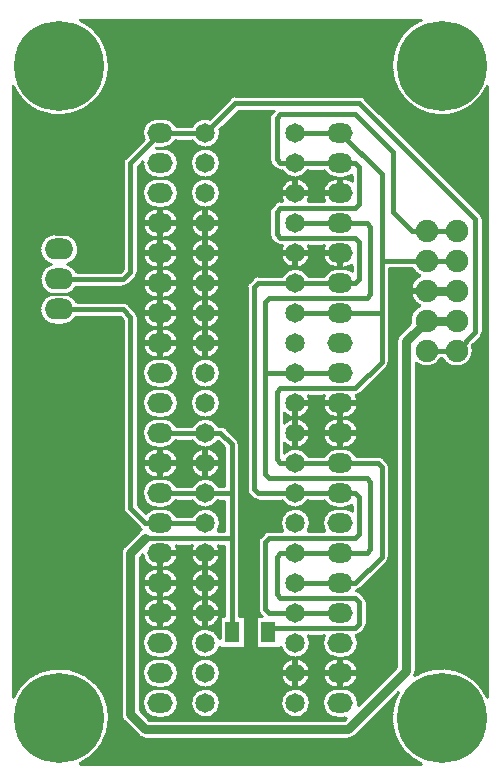
<source format=gbl>
%FSLAX25Y25*%
%MOIN*%
G70*
G01*
G75*
G04 Layer_Physical_Order=2*
G04 Layer_Color=16711680*
%ADD10C,0.01000*%
%ADD11R,0.05000X0.07000*%
%ADD12C,0.01500*%
%ADD13C,0.03000*%
%ADD14C,0.02000*%
%ADD15O,0.08500X0.06500*%
%ADD16O,0.09500X0.07000*%
%ADD17C,0.30000*%
%ADD18C,0.07500*%
%ADD19C,0.06500*%
D10*
X241601Y373750D02*
G03*
X242454Y374109I-1601J5000D01*
G01*
X237546D02*
G03*
X238399Y373750I2454J4641D01*
G01*
X242498Y373368D02*
G03*
X241601Y373750I-2498J-4617D01*
G01*
X237352Y373951D02*
G03*
X237320Y373577I148J-201D01*
G01*
X238399Y373750D02*
G03*
X237502Y373368I1601J-5000D01*
G01*
X212498Y363368D02*
G03*
X211601Y363750I-2498J-4617D01*
G01*
X241601Y343750D02*
G03*
X242498Y344132I-1601J5000D01*
G01*
X242454Y343391D02*
G03*
X241601Y343750I-2454J-4641D01*
G01*
X238399D02*
G03*
X237546Y343391I1601J-5000D01*
G01*
X237502Y344132D02*
G03*
X238399Y343750I2498J4617D01*
G01*
X237320Y343923D02*
G03*
X237352Y343549I180J-173D01*
G01*
X211601Y363750D02*
G03*
X212454Y364109I-1601J5000D01*
G01*
Y373391D02*
G03*
X211601Y373750I-2454J-4641D01*
G01*
Y353750D02*
G03*
X212498Y354133I-1601J5000D01*
G01*
X211601Y383750D02*
G03*
X212454Y384109I-1601J5000D01*
G01*
X207546D02*
G03*
X208399Y383750I2454J4641D01*
G01*
X211601Y373750D02*
G03*
X212454Y374109I-1601J5000D01*
G01*
Y383391D02*
G03*
X211601Y383750I-2454J-4641D01*
G01*
Y343750D02*
G03*
X212498Y344132I-1601J5000D01*
G01*
Y353367D02*
G03*
X211601Y353750I-2498J-4617D01*
G01*
Y333750D02*
G03*
X212498Y334133I-1601J5000D01*
G01*
Y343368D02*
G03*
X211601Y343750I-2498J-4617D01*
G01*
Y323750D02*
G03*
X212498Y324132I-1601J5000D01*
G01*
Y333367D02*
G03*
X211601Y333750I-2498J-4617D01*
G01*
X212498Y323368D02*
G03*
X211601Y323750I-2498J-4617D01*
G01*
Y313750D02*
G03*
X212498Y314132I-1601J5000D01*
G01*
X212454Y313391D02*
G03*
X211601Y313750I-2454J-4641D01*
G01*
X212454Y303391D02*
G03*
X211601Y303750I-2454J-4641D01*
G01*
D02*
G03*
X212454Y304109I-1601J5000D01*
G01*
Y293391D02*
G03*
X211601Y293750I-2454J-4641D01*
G01*
D02*
G03*
X212454Y294109I-1601J5000D01*
G01*
X211601Y213750D02*
G03*
X212454Y214109I-1601J5000D01*
G01*
X211601Y203750D02*
G03*
X212454Y204109I-1601J5000D01*
G01*
Y213391D02*
G03*
X211601Y213750I-2454J-4641D01*
G01*
X212454Y203391D02*
G03*
X211601Y203750I-2454J-4641D01*
G01*
X208399Y313750D02*
G03*
X207546Y313391I1601J-5000D01*
G01*
X208399Y303750D02*
G03*
X207546Y303391I1601J-5000D01*
G01*
Y304109D02*
G03*
X208399Y303750I2454J4641D01*
G01*
Y293750D02*
G03*
X207546Y293391I1601J-5000D01*
G01*
Y294109D02*
G03*
X208399Y293750I2454J4641D01*
G01*
X207546Y214109D02*
G03*
X208399Y213750I2454J4641D01*
G01*
X207546Y204109D02*
G03*
X208399Y203750I2454J4641D01*
G01*
Y213750D02*
G03*
X207546Y213391I1601J-5000D01*
G01*
X208399Y203750D02*
G03*
X207546Y203391I1601J-5000D01*
G01*
Y374109D02*
G03*
X208399Y373750I2454J4641D01*
G01*
Y383750D02*
G03*
X207546Y383391I1601J-5000D01*
G01*
Y364109D02*
G03*
X208399Y363750I2454J4641D01*
G01*
Y373750D02*
G03*
X207546Y373391I1601J-5000D01*
G01*
X207502Y354133D02*
G03*
X208399Y353750I2498J4617D01*
G01*
Y363750D02*
G03*
X207502Y363368I1601J-5000D01*
G01*
Y344132D02*
G03*
X208399Y343750I2498J4617D01*
G01*
Y353750D02*
G03*
X207502Y353367I1601J-5000D01*
G01*
Y334133D02*
G03*
X208399Y333750I2498J4617D01*
G01*
Y343750D02*
G03*
X207502Y343368I1601J-5000D01*
G01*
X208399Y333750D02*
G03*
X207502Y333367I1601J-5000D01*
G01*
X208399Y323750D02*
G03*
X207502Y323368I1601J-5000D01*
G01*
Y324132D02*
G03*
X208399Y323750I2498J4617D01*
G01*
X207502Y314132D02*
G03*
X208399Y313750I2498J4617D01*
G01*
X207352Y383951D02*
G03*
X207352Y383549I148J-201D01*
G01*
Y373951D02*
G03*
X207352Y373549I148J-201D01*
G01*
Y363951D02*
G03*
X207320Y363577I148J-201D01*
G01*
Y353923D02*
G03*
X207320Y353577I180J-173D01*
G01*
Y333923D02*
G03*
X207320Y333577I180J-173D01*
G01*
Y343923D02*
G03*
X207320Y343577I180J-173D01*
G01*
Y323923D02*
G03*
X207320Y323577I180J-173D01*
G01*
Y313923D02*
G03*
X207352Y313549I180J-173D01*
G01*
Y293951D02*
G03*
X207352Y293549I148J-201D01*
G01*
Y303951D02*
G03*
X207352Y303549I148J-201D01*
G01*
X198584Y214180D02*
G03*
X198883Y213961I1767J2107D01*
G01*
X207352Y213951D02*
G03*
X207352Y213549I148J-201D01*
G01*
X198584Y214180D02*
G03*
X198883Y213961I1767J2107D01*
G01*
X198584Y204180D02*
G03*
X198883Y203961I1767J2107D01*
G01*
Y213539D02*
G03*
X198584Y213320I1468J-2325D01*
G01*
X197601Y213750D02*
G03*
X198584Y214180I-1601J5000D01*
G01*
X198883Y213539D02*
G03*
X198584Y213320I1468J-2325D01*
G01*
X198584D02*
G03*
X197601Y213750I-2584J-4570D01*
G01*
X207352Y203951D02*
G03*
X207352Y203549I148J-201D01*
G01*
X198584Y204180D02*
G03*
X198883Y203961I1767J2107D01*
G01*
Y203539D02*
G03*
X198584Y203320I1468J-2325D01*
G01*
X198883Y203539D02*
G03*
X198584Y203320I1468J-2325D01*
G01*
X197601Y203750D02*
G03*
X198584Y204180I-1601J5000D01*
G01*
Y203320D02*
G03*
X197601Y203750I-2584J-4570D01*
G01*
X191416Y214180D02*
G03*
X192399Y213750I2584J4570D01*
G01*
X191117Y213961D02*
G03*
X191416Y214180I-1468J2325D01*
G01*
X192399Y213750D02*
G03*
X191416Y213320I1601J-5000D01*
G01*
X191416Y213320D02*
G03*
X191117Y213539I-1767J-2107D01*
G01*
Y213961D02*
G03*
X191416Y214180I-1468J2325D01*
G01*
Y213320D02*
G03*
X191117Y213539I-1767J-2107D01*
G01*
X191416Y204180D02*
G03*
X192399Y203750I2584J4570D01*
G01*
X191117Y203961D02*
G03*
X191416Y204180I-1468J2325D01*
G01*
X192399Y203750D02*
G03*
X191416Y203320I1601J-5000D01*
G01*
X191416Y203320D02*
G03*
X191117Y203539I-1767J-2107D01*
G01*
Y203961D02*
G03*
X191416Y204180I-1468J2325D01*
G01*
Y203320D02*
G03*
X191117Y203539I-1767J-2107D01*
G01*
X168178Y178500D02*
G03*
X178000Y193750I-6928J15250D01*
G01*
D02*
G03*
X146000Y200678I-16750J0D01*
G01*
X187702Y187702D02*
G03*
X190000Y186750I2298J2298D01*
G01*
X181750Y195000D02*
G03*
X182702Y192702I3250J0D01*
G01*
X181750Y195000D02*
G03*
X182702Y192702I3250J0D01*
G01*
X187702Y187702D02*
G03*
X190000Y186750I2298J2298D01*
G01*
X194000Y203750D02*
G03*
X194000Y193750I0J-5000D01*
G01*
Y213750D02*
G03*
X194000Y203750I0J-5000D01*
G01*
Y223750D02*
G03*
X194000Y213750I0J-5000D01*
G01*
Y233750D02*
G03*
X194000Y223750I0J-5000D01*
G01*
Y243750D02*
G03*
X194000Y233750I0J-5000D01*
G01*
X182702Y251048D02*
G03*
X181750Y248750I2298J-2298D01*
G01*
X182702Y251048D02*
G03*
X181750Y248750I2298J-2298D01*
G01*
X188596Y256681D02*
G03*
X187702Y256048I1404J-2931D01*
G01*
X188232Y256982D02*
G03*
X188596Y256681I1768J1768D01*
G01*
X182500Y263750D02*
G03*
X183232Y261982I2500J0D01*
G01*
X182500Y263750D02*
G03*
X183232Y261982I2500J0D01*
G01*
X188232Y256982D02*
G03*
X188596Y256681I1768J1768D01*
G01*
X189032Y248186D02*
G03*
X194000Y243750I4968J564D01*
G01*
Y263750D02*
G03*
X190240Y262046I0J-5000D01*
G01*
X194000Y273750D02*
G03*
X194000Y263750I0J-5000D01*
G01*
Y283750D02*
G03*
X194000Y273750I0J-5000D01*
G01*
Y293750D02*
G03*
X194000Y283750I0J-5000D01*
G01*
Y303750D02*
G03*
X194000Y293750I0J-5000D01*
G01*
X201000Y198750D02*
G03*
X196000Y203750I-5000J0D01*
G01*
Y193750D02*
G03*
X201000Y198750I0J5000D01*
G01*
X196000Y203750D02*
G03*
X201000Y208750I0J5000D01*
G01*
D02*
G03*
X196000Y213750I-5000J0D01*
G01*
D02*
G03*
X201000Y218750I0J5000D01*
G01*
D02*
G03*
X196000Y223750I-5000J0D01*
G01*
D02*
G03*
X201000Y228750I0J5000D01*
G01*
D02*
G03*
X196000Y233750I-5000J0D01*
G01*
D02*
G03*
X201000Y238750I0J5000D01*
G01*
X215000Y198750D02*
G03*
X210000Y203750I-5000J0D01*
G01*
D02*
G03*
X215000Y198750I0J-5000D01*
G01*
X210000Y213750D02*
G03*
X210000Y203750I0J-5000D01*
G01*
D02*
G03*
X215000Y208750I0J5000D01*
G01*
D02*
G03*
X210000Y213750I-5000J0D01*
G01*
Y233750D02*
G03*
X210000Y223750I0J-5000D01*
G01*
D02*
G03*
X210000Y213750I0J-5000D01*
G01*
D02*
G03*
X214770Y217250I0J5000D01*
G01*
X214750Y220311D02*
G03*
X210000Y223750I-4750J-1561D01*
G01*
D02*
G03*
X214750Y227189I0J5000D01*
G01*
X215000Y228750D02*
G03*
X210000Y233750I-5000J0D01*
G01*
D02*
G03*
X215000Y238750I0J5000D01*
G01*
X201000D02*
G03*
X196000Y243750I-5000J0D01*
G01*
D02*
G03*
X201000Y248750I0J5000D01*
G01*
X200330Y261250D02*
G03*
X196000Y263750I-4330J-2500D01*
G01*
D02*
G03*
X200330Y266250I0J5000D01*
G01*
Y271250D02*
G03*
X196000Y273750I-4330J-2500D01*
G01*
X201000Y248750D02*
G03*
X200330Y251250I-5000J0D01*
G01*
X196000Y273750D02*
G03*
X201000Y278750I0J5000D01*
G01*
D02*
G03*
X196000Y283750I-5000J0D01*
G01*
X200330Y291250D02*
G03*
X196000Y293750I-4330J-2500D01*
G01*
Y283750D02*
G03*
X200330Y286250I0J5000D01*
G01*
X196000Y293750D02*
G03*
X201000Y298750I0J5000D01*
G01*
D02*
G03*
X196000Y303750I-5000J0D01*
G01*
X210000Y243750D02*
G03*
X210000Y233750I0J-5000D01*
G01*
X215000Y238750D02*
G03*
X210000Y243750I-5000J0D01*
G01*
D02*
G03*
X215000Y248750I0J5000D01*
G01*
X205670Y251250D02*
G03*
X210000Y243750I4330J-2500D01*
G01*
Y273750D02*
G03*
X205670Y271250I0J-5000D01*
G01*
X210000Y263750D02*
G03*
X205670Y261250I0J-5000D01*
G01*
Y266250D02*
G03*
X210000Y263750I4330J2500D01*
G01*
X215000Y258750D02*
G03*
X210000Y263750I-5000J0D01*
G01*
D02*
G03*
X214330Y266250I0J5000D01*
G01*
X210000Y283750D02*
G03*
X210000Y273750I0J-5000D01*
G01*
X205670Y286250D02*
G03*
X210000Y283750I4330J2500D01*
G01*
Y293750D02*
G03*
X205670Y291250I0J-5000D01*
G01*
X210000Y303750D02*
G03*
X210000Y293750I0J-5000D01*
G01*
X214330Y271250D02*
G03*
X210000Y273750I-4330J-2500D01*
G01*
D02*
G03*
X215000Y278750I0J5000D01*
G01*
D02*
G03*
X210000Y283750I-5000J0D01*
G01*
D02*
G03*
X214191Y286023I0J5000D01*
G01*
X214330Y291250D02*
G03*
X210000Y293750I-4330J-2500D01*
G01*
D02*
G03*
X215000Y298750I0J5000D01*
G01*
D02*
G03*
X210000Y303750I-5000J0D01*
G01*
X158399Y335000D02*
G03*
X160000Y324750I1601J-5000D01*
G01*
X162500D02*
G03*
X167117Y327500I0J5250D01*
G01*
X158399Y345000D02*
G03*
X158399Y335000I1601J-5000D01*
G01*
X167117Y332500D02*
G03*
X164101Y335000I-4617J-2500D01*
G01*
D02*
G03*
X167117Y337500I-1601J5000D01*
G01*
Y342500D02*
G03*
X164101Y345000I-4617J-2500D01*
G01*
X187500Y327500D02*
G03*
X186768Y329268I-2500J0D01*
G01*
X194000Y333750D02*
G03*
X194000Y323750I0J-5000D01*
G01*
X184268Y331768D02*
G03*
X182500Y332500I-1768J-1768D01*
G01*
X184268Y331768D02*
G03*
X182500Y332500I-1768J-1768D01*
G01*
Y337500D02*
G03*
X184268Y338232I0J2500D01*
G01*
X182500Y337500D02*
G03*
X184268Y338232I0J2500D01*
G01*
X186768Y340732D02*
G03*
X187500Y342500I-1768J1768D01*
G01*
X186768Y340732D02*
G03*
X187500Y342500I-1768J1768D01*
G01*
Y327500D02*
G03*
X186768Y329268I-2500J0D01*
G01*
X194000Y343750D02*
G03*
X194000Y333750I0J-5000D01*
G01*
X160000Y355250D02*
G03*
X158399Y345000I0J-5250D01*
G01*
X164101D02*
G03*
X167750Y350000I-1601J5000D01*
G01*
D02*
G03*
X162500Y355250I-5250J0D01*
G01*
X146000Y404322D02*
G03*
X178000Y411250I15250J6928D01*
G01*
D02*
G03*
X168178Y426500I-16750J0D01*
G01*
X194000Y353750D02*
G03*
X194000Y343750I0J-5000D01*
G01*
Y363750D02*
G03*
X194000Y353750I0J-5000D01*
G01*
X183232Y380518D02*
G03*
X182500Y378750I1768J-1768D01*
G01*
X183232Y380518D02*
G03*
X182500Y378750I1768J-1768D01*
G01*
X189024Y379238D02*
G03*
X194000Y373750I4976J-488D01*
G01*
X193555Y383770D02*
G03*
X194000Y383750I445J4980D01*
G01*
Y393750D02*
G03*
X189432Y386717I0J-5000D01*
G01*
X194000Y313750D02*
G03*
X194000Y303750I0J-5000D01*
G01*
X201000Y308750D02*
G03*
X196000Y313750I-5000J0D01*
G01*
X194000Y323750D02*
G03*
X194000Y313750I0J-5000D01*
G01*
X196000Y303750D02*
G03*
X201000Y308750I0J5000D01*
G01*
X196000Y313750D02*
G03*
X201000Y318750I0J5000D01*
G01*
D02*
G03*
X196000Y323750I-5000J0D01*
G01*
D02*
G03*
X201000Y328750I0J5000D01*
G01*
X196000Y333750D02*
G03*
X201000Y338750I0J5000D01*
G01*
X196000Y343750D02*
G03*
X201000Y348750I0J5000D01*
G01*
Y328750D02*
G03*
X196000Y333750I-5000J0D01*
G01*
X201000Y338750D02*
G03*
X196000Y343750I-5000J0D01*
G01*
X210000Y313750D02*
G03*
X210000Y303750I0J-5000D01*
G01*
D02*
G03*
X215000Y308750I0J5000D01*
G01*
D02*
G03*
X210000Y313750I-5000J0D01*
G01*
D02*
G03*
X215000Y318750I0J5000D01*
G01*
X210000Y323750D02*
G03*
X210000Y313750I0J-5000D01*
G01*
Y333750D02*
G03*
X210000Y323750I0J-5000D01*
G01*
X215000Y318750D02*
G03*
X210000Y323750I-5000J0D01*
G01*
D02*
G03*
X215000Y328750I0J5000D01*
G01*
X210000Y343750D02*
G03*
X210000Y333750I0J-5000D01*
G01*
Y353750D02*
G03*
X210000Y343750I0J-5000D01*
G01*
X215000Y328750D02*
G03*
X210000Y333750I-5000J0D01*
G01*
D02*
G03*
X215000Y338750I0J5000D01*
G01*
D02*
G03*
X210000Y343750I-5000J0D01*
G01*
D02*
G03*
X215000Y348750I0J5000D01*
G01*
D02*
G03*
X210000Y353750I-5000J0D01*
G01*
X194000Y373750D02*
G03*
X194000Y363750I0J-5000D01*
G01*
Y383750D02*
G03*
X193512Y383726I0J-5000D01*
G01*
X196000Y383750D02*
G03*
X200330Y386250I0J5000D01*
G01*
X196000Y353750D02*
G03*
X201000Y358750I0J5000D01*
G01*
Y348750D02*
G03*
X196000Y353750I-5000J0D01*
G01*
Y363750D02*
G03*
X201000Y368750I0J5000D01*
G01*
Y358750D02*
G03*
X196000Y363750I-5000J0D01*
G01*
Y373750D02*
G03*
X201000Y378750I0J5000D01*
G01*
Y368750D02*
G03*
X196000Y373750I-5000J0D01*
G01*
X201000Y378750D02*
G03*
X196000Y383750I-5000J0D01*
G01*
X200330Y391250D02*
G03*
X196000Y393750I-4330J-2500D01*
G01*
X210000Y353750D02*
G03*
X215000Y358750I0J5000D01*
G01*
X210000Y363750D02*
G03*
X210000Y353750I0J-5000D01*
G01*
Y373750D02*
G03*
X210000Y363750I0J-5000D01*
G01*
X215000Y358750D02*
G03*
X210000Y363750I-5000J0D01*
G01*
D02*
G03*
X215000Y368750I0J5000D01*
G01*
D02*
G03*
X210000Y373750I-5000J0D01*
G01*
Y383750D02*
G03*
X210000Y373750I0J-5000D01*
G01*
D02*
G03*
X215000Y378750I0J5000D01*
G01*
D02*
G03*
X210000Y383750I-5000J0D01*
G01*
X205670Y386250D02*
G03*
X210000Y383750I4330J2500D01*
G01*
D02*
G03*
X215000Y388750I0J5000D01*
G01*
X211294Y393580D02*
G03*
X205670Y391250I-1294J-4830D01*
G01*
X214750Y227189D02*
G03*
X214899Y227750I-4750J1561D01*
G01*
X240000Y203750D02*
G03*
X245000Y198750I0J-5000D01*
G01*
D02*
G03*
X240000Y203750I-5000J0D01*
G01*
Y213750D02*
G03*
X240000Y203750I0J-5000D01*
G01*
D02*
G03*
X245000Y208750I0J5000D01*
G01*
X235230Y217250D02*
G03*
X240000Y213750I4770J1500D01*
G01*
X245000Y208750D02*
G03*
X240000Y213750I-5000J0D01*
G01*
D02*
G03*
X245000Y218750I0J5000D01*
G01*
D02*
G03*
X244330Y221250I-5000J0D01*
G01*
X214899Y227750D02*
G03*
X215000Y228750I-4899J1000D01*
G01*
Y248750D02*
G03*
X214330Y251250I-5000J0D01*
G01*
Y256250D02*
G03*
X215000Y258750I-4330J2500D01*
G01*
X227500Y230000D02*
G03*
X228232Y228232I2500J0D01*
G01*
X227500Y230000D02*
G03*
X228232Y228232I2500J0D01*
G01*
Y254268D02*
G03*
X227500Y252500I1768J-1768D01*
G01*
X228232Y254268D02*
G03*
X227500Y252500I1768J-1768D01*
G01*
X231250Y256250D02*
G03*
X229482Y255518I0J-2500D01*
G01*
X231250Y256250D02*
G03*
X229482Y255518I0J-2500D01*
G01*
X244330Y256250D02*
G03*
X245000Y258750I-4330J2500D01*
G01*
X240000Y263750D02*
G03*
X235670Y256250I0J-5000D01*
G01*
X245000Y258750D02*
G03*
X240000Y263750I-5000J0D01*
G01*
X225732Y266982D02*
G03*
X227500Y266250I1768J1768D01*
G01*
X225732Y266982D02*
G03*
X227500Y266250I1768J1768D01*
G01*
X223750Y270000D02*
G03*
X224482Y268232I2500J0D01*
G01*
X223750Y270000D02*
G03*
X224482Y268232I2500J0D01*
G01*
X235670Y266250D02*
G03*
X240000Y263750I4330J2500D01*
G01*
D02*
G03*
X244330Y266250I0J5000D01*
G01*
X256000Y193750D02*
G03*
X256703Y193800I0J5000D01*
G01*
X254000Y203750D02*
G03*
X254000Y193750I0J-5000D01*
G01*
X257500Y186750D02*
G03*
X259798Y187702I0J3250D01*
G01*
X257500Y186750D02*
G03*
X259798Y187702I0J3250D01*
G01*
X260950Y198047D02*
G03*
X261000Y198750I-4950J703D01*
G01*
D02*
G03*
X256000Y203750I-5000J0D01*
G01*
D02*
G03*
X261000Y208750I0J5000D01*
G01*
X254000Y213750D02*
G03*
X254000Y203750I0J-5000D01*
G01*
X261000Y208750D02*
G03*
X256000Y213750I-5000J0D01*
G01*
X249670Y221250D02*
G03*
X254000Y213750I4330J-2500D01*
G01*
X256000D02*
G03*
X261000Y218750I0J5000D01*
G01*
X260318Y221270D02*
G03*
X261768Y221982I-318J2480D01*
G01*
X260318Y221270D02*
G03*
X261768Y221982I-318J2480D01*
G01*
X261000Y218750D02*
G03*
X260318Y221270I-5000J0D01*
G01*
X274276Y202179D02*
G03*
X281822Y178500I14474J-8429D01*
G01*
X304000Y200678D02*
G03*
X279763Y207885I-15250J-6928D01*
G01*
X279763Y207885D02*
G03*
X280125Y209375I-2888J1490D01*
G01*
X279763Y207885D02*
G03*
X280125Y209375I-2888J1490D01*
G01*
X263018Y223232D02*
G03*
X263750Y225000I-1768J1768D01*
G01*
X263018Y223232D02*
G03*
X263750Y225000I-1768J1768D01*
G01*
X261768Y235518D02*
G03*
X260318Y236230I-1768J-1768D01*
G01*
X261768Y235518D02*
G03*
X260318Y236230I-1768J-1768D01*
G01*
X260344Y236274D02*
G03*
X261768Y236982I-344J2476D01*
G01*
X260344Y236274D02*
G03*
X261768Y236982I-344J2476D01*
G01*
X263750Y232500D02*
G03*
X263018Y234268I-2500J0D01*
G01*
X263750Y232500D02*
G03*
X263018Y234268I-2500J0D01*
G01*
X270518Y245732D02*
G03*
X271250Y247500I-1768J1768D01*
G01*
X270518Y245732D02*
G03*
X271250Y247500I-1768J1768D01*
G01*
X254000Y263750D02*
G03*
X249670Y256250I0J-5000D01*
G01*
X258750Y262926D02*
G03*
X256000Y263750I-2750J-4176D01*
G01*
D02*
G03*
X258750Y264574I0J5000D01*
G01*
X249670Y266250D02*
G03*
X254000Y263750I4330J2500D01*
G01*
Y283750D02*
G03*
X249670Y281250I0J-5000D01*
G01*
X269268Y280518D02*
G03*
X267500Y281250I-1768J-1768D01*
G01*
X269268Y280518D02*
G03*
X267500Y281250I-1768J-1768D01*
G01*
X271250Y277500D02*
G03*
X270518Y279268I-2500J0D01*
G01*
X271250Y277500D02*
G03*
X270518Y279268I-2500J0D01*
G01*
X221250Y285000D02*
G03*
X220518Y286768I-2500J0D01*
G01*
X221250Y285000D02*
G03*
X220518Y286768I-2500J0D01*
G01*
X216768Y290518D02*
G03*
X215000Y291250I-1768J-1768D01*
G01*
X216768Y290518D02*
G03*
X215000Y291250I-1768J-1768D01*
G01*
X224482Y339268D02*
G03*
X223750Y337500I1768J-1768D01*
G01*
X224482Y339268D02*
G03*
X223750Y337500I1768J-1768D01*
G01*
X227500Y341250D02*
G03*
X225732Y340518I0J-2500D01*
G01*
X240000Y283750D02*
G03*
X236250Y282057I0J-5000D01*
G01*
Y285443D02*
G03*
X240000Y283750I3750J3307D01*
G01*
X244330Y281250D02*
G03*
X240000Y283750I-4330J-2500D01*
G01*
Y293750D02*
G03*
X236250Y292057I0J-5000D01*
G01*
X240000Y283750D02*
G03*
X245000Y288750I0J5000D01*
G01*
D02*
G03*
X240000Y293750I-5000J0D01*
G01*
D02*
G03*
X245000Y298750I0J5000D01*
G01*
X236250Y295443D02*
G03*
X240000Y293750I3750J3307D01*
G01*
X227500Y341250D02*
G03*
X225732Y340518I0J-2500D01*
G01*
X240000Y343750D02*
G03*
X235670Y341250I0J-5000D01*
G01*
X244330D02*
G03*
X240000Y343750I-4330J-2500D01*
G01*
X245000Y298750D02*
G03*
X244330Y301250I-5000J0D01*
G01*
X240000Y343750D02*
G03*
X245000Y348750I0J5000D01*
G01*
X231250Y355000D02*
G03*
X231982Y353232I2500J0D01*
G01*
Y364268D02*
G03*
X231250Y362500I1768J-1768D01*
G01*
X231982Y364268D02*
G03*
X231250Y362500I1768J-1768D01*
G01*
X215000Y388750D02*
G03*
X214830Y390044I-5000J0D01*
G01*
X220000Y401250D02*
G03*
X218232Y400518I0J-2500D01*
G01*
X220000Y401250D02*
G03*
X218232Y400518I0J-2500D01*
G01*
X231250Y380000D02*
G03*
X231982Y378232I2500J0D01*
G01*
Y395518D02*
G03*
X231250Y393750I1768J-1768D01*
G01*
Y355000D02*
G03*
X231982Y353232I2500J0D01*
G01*
X235670Y351250D02*
G03*
X240000Y343750I4330J-2500D01*
G01*
X233232Y351982D02*
G03*
X235000Y351250I1768J1768D01*
G01*
X233232Y351982D02*
G03*
X235000Y351250I1768J1768D01*
G01*
Y366250D02*
G03*
X233232Y365518I0J-2500D01*
G01*
X235000Y366250D02*
G03*
X233232Y365518I0J-2500D01*
G01*
X240000Y373750D02*
G03*
X235670Y366250I0J-5000D01*
G01*
X245000Y348750D02*
G03*
X244330Y351250I-5000J0D01*
G01*
X245000Y368750D02*
G03*
X240000Y373750I-5000J0D01*
G01*
X244330Y366250D02*
G03*
X245000Y368750I-4330J2500D01*
G01*
X233232Y376982D02*
G03*
X235000Y376250I1768J1768D01*
G01*
X231250Y380000D02*
G03*
X231982Y378232I2500J0D01*
G01*
Y395518D02*
G03*
X231250Y393750I1768J-1768D01*
G01*
X233232Y376982D02*
G03*
X235000Y376250I1768J1768D01*
G01*
X235670D02*
G03*
X240000Y373750I4330J2500D01*
G01*
D02*
G03*
X244330Y376250I0J5000D01*
G01*
X260330Y281250D02*
G03*
X256000Y283750I-4330J-2500D01*
G01*
D02*
G03*
X261000Y288750I0J5000D01*
G01*
X254000Y293750D02*
G03*
X254000Y283750I0J-5000D01*
G01*
X249670Y301250D02*
G03*
X254000Y293750I4330J-2500D01*
G01*
X256000D02*
G03*
X261000Y298750I0J5000D01*
G01*
Y288750D02*
G03*
X256000Y293750I-5000J0D01*
G01*
X261000Y298750D02*
G03*
X260318Y301270I-5000J0D01*
G01*
Y301270D02*
G03*
X261768Y301982I-318J2480D01*
G01*
X260318Y301270D02*
G03*
X261768Y301982I-318J2480D01*
G01*
X270518Y310732D02*
G03*
X271250Y312500I-1768J1768D01*
G01*
X270518Y310732D02*
G03*
X271250Y312500I-1768J1768D01*
G01*
X280125Y312114D02*
G03*
X288649Y313750I3625J4136D01*
G01*
X288851D02*
G03*
X299250Y316250I4899J2500D01*
G01*
D02*
G03*
X298982Y317946I-5500J0D01*
G01*
X274577Y321673D02*
G03*
X273625Y319375I2298J-2298D01*
G01*
X274577Y321673D02*
G03*
X273625Y319375I2298J-2298D01*
G01*
X301768Y320732D02*
G03*
X302500Y322500I-1768J1768D01*
G01*
X301768Y320732D02*
G03*
X302500Y322500I-1768J1768D01*
G01*
X281459Y331250D02*
G03*
X278314Y325411I2291J-5000D01*
G01*
X254000Y343750D02*
G03*
X249670Y341250I0J-5000D01*
G01*
X258750Y342926D02*
G03*
X256000Y343750I-2750J-4176D01*
G01*
D02*
G03*
X258750Y344574I0J5000D01*
G01*
X249670Y351250D02*
G03*
X254000Y343750I4330J-2500D01*
G01*
Y373750D02*
G03*
X249670Y366250I0J-5000D01*
G01*
Y376250D02*
G03*
X254000Y373750I4330J2500D01*
G01*
X258750Y372926D02*
G03*
X256000Y373750I-2750J-4176D01*
G01*
D02*
G03*
X258750Y374574I0J5000D01*
G01*
X263018Y400518D02*
G03*
X261250Y401250I-1768J-1768D01*
G01*
X263018Y400518D02*
G03*
X261250Y401250I-1768J-1768D01*
G01*
X281822Y426500D02*
G03*
X304000Y404322I6928J-15250D01*
G01*
X281459Y341250D02*
G03*
X281459Y331250I2291J-5000D01*
G01*
X278851Y343750D02*
G03*
X281459Y341250I4899J2500D01*
G01*
X302500Y360000D02*
G03*
X301768Y361768I-2500J0D01*
G01*
X302500Y360000D02*
G03*
X301768Y361768I-2500J0D01*
G01*
X237710Y373474D02*
X238094Y373858D01*
X237260Y373680D02*
X237548Y373392D01*
X241843Y343666D02*
X242127Y343950D01*
X237319Y343922D02*
X237749Y343493D01*
X211849Y353836D02*
X212142Y353543D01*
X211922Y343864D02*
X212332Y343454D01*
X207896Y353560D02*
X208167Y353831D01*
X207710Y343474D02*
X208094Y343858D01*
X211915Y323638D02*
X212316Y324038D01*
X211916Y203862D02*
X212318Y203461D01*
X207911Y313933D02*
X208173Y313672D01*
X207726Y324018D02*
X208100Y323644D01*
X211843Y313666D02*
X212127Y313950D01*
X207909Y213565D02*
X208172Y213829D01*
X211844Y213834D02*
X212129Y213549D01*
X207723Y203481D02*
X208099Y203856D01*
X207522Y334122D02*
X208028Y333616D01*
X207277Y383864D02*
X207681Y383460D01*
X207319Y373922D02*
X207749Y373493D01*
X207504Y333369D02*
X208022Y333887D01*
X207315Y293582D02*
X207743Y294010D01*
X198034Y213590D02*
X198606Y214162D01*
X197962Y203619D02*
X198450Y204106D01*
X191971Y213908D02*
X192198Y213681D01*
X197813Y203823D02*
X198056Y203581D01*
X156875Y335000D02*
X165625D01*
X171000Y178500D02*
Y180130D01*
X172000Y178500D02*
Y180905D01*
X169000Y178500D02*
Y178901D01*
X170000Y178500D02*
Y179467D01*
X176000Y178500D02*
Y185813D01*
X177000Y178500D02*
Y188049D01*
X178000Y178500D02*
Y193750D01*
X173000Y178500D02*
Y181813D01*
X174000Y178500D02*
Y182887D01*
X175000Y178500D02*
Y184184D01*
X146000Y202000D02*
X146673D01*
X146000Y203000D02*
X147286D01*
X146000Y204000D02*
X148002D01*
X146000Y205000D02*
X148840D01*
X176350Y201000D02*
X181750D01*
X177848Y196000D02*
X181750D01*
X176790Y200000D02*
X181750D01*
X174498Y204000D02*
X181750D01*
X175827Y202000D02*
X181750D01*
X175214Y203000D02*
X181750D01*
X176982Y188000D02*
X187404D01*
X176580Y187000D02*
X188750D01*
X177773Y191000D02*
X184404D01*
X177312Y189000D02*
X186404D01*
X177575Y190000D02*
X185404D01*
X184000Y178500D02*
Y191404D01*
X186000Y178500D02*
Y189404D01*
X185000Y178500D02*
Y190404D01*
X177908Y192000D02*
X183404D01*
X187000Y178500D02*
Y188404D01*
X177953Y195000D02*
X181750D01*
X177983Y193000D02*
X182438D01*
X177156Y199000D02*
X181750D01*
X177682Y197000D02*
X181750D01*
X177452Y198000D02*
X181750D01*
X182000Y178500D02*
Y193750D01*
X183000Y178500D02*
Y192404D01*
X182702Y192702D02*
X187702Y187702D01*
X177998Y194000D02*
X181908D01*
X146000Y206000D02*
X149826D01*
X146000Y207000D02*
X151003D01*
X146000Y208000D02*
X152447D01*
X146000Y209000D02*
X154322D01*
X146000Y210000D02*
X157188D01*
X171497Y207000D02*
X181750D01*
X173660Y205000D02*
X181750D01*
X172674Y206000D02*
X181750D01*
X165312Y210000D02*
X181750D01*
X170053Y208000D02*
X181750D01*
X168178Y209000D02*
X181750D01*
X146000Y218000D02*
X181750D01*
X146000Y217000D02*
X181750D01*
X146000Y221000D02*
X181750D01*
X146000Y219000D02*
X181750D01*
X146000Y220000D02*
X181750D01*
X146000Y213000D02*
X181750D01*
X146000Y211000D02*
X181750D01*
X146000Y212000D02*
X181750D01*
X146000Y216000D02*
X181750D01*
X146000Y214000D02*
X181750D01*
X146000Y215000D02*
X181750D01*
X146000Y229000D02*
X181750D01*
X146000Y228000D02*
X181750D01*
X146000Y232000D02*
X181750D01*
X146000Y230000D02*
X181750D01*
X146000Y231000D02*
X181750D01*
X146000Y224000D02*
X181750D01*
X146000Y222000D02*
X181750D01*
X146000Y223000D02*
X181750D01*
X146000Y227000D02*
X181750D01*
X146000Y225000D02*
X181750D01*
X146000Y226000D02*
X181750D01*
X146000Y241000D02*
X181750D01*
X146000Y239000D02*
X181750D01*
X146000Y240000D02*
X181750D01*
X146000Y244000D02*
X181750D01*
X146000Y242000D02*
X181750D01*
X146000Y243000D02*
X181750D01*
X146000Y235000D02*
X181750D01*
X146000Y233000D02*
X181750D01*
X146000Y234000D02*
X181750D01*
X146000Y238000D02*
X181750D01*
X146000Y236000D02*
X181750D01*
X146000Y237000D02*
X181750D01*
X188000Y178500D02*
Y187438D01*
X188250Y199000D02*
X189006D01*
X188250Y197000D02*
X189316D01*
X188250Y200000D02*
X189159D01*
X189000Y178500D02*
Y186908D01*
X190000Y178500D02*
Y186750D01*
Y194596D02*
Y195750D01*
X189000Y195596D02*
Y198750D01*
X188596Y196000D02*
X189824D01*
X188250Y198000D02*
X189057D01*
X188250Y207000D02*
X189316D01*
X188250Y201000D02*
X189535D01*
X188250Y209000D02*
X189006D01*
X188250Y208000D02*
X189057D01*
X188250Y210000D02*
X189159D01*
X189000Y198750D02*
Y208750D01*
X190000Y201750D02*
Y205750D01*
X188250Y206000D02*
X189824D01*
X189000Y208750D02*
Y218750D01*
X188250Y211000D02*
X189535D01*
X190000Y211750D02*
Y215750D01*
X191000Y178500D02*
Y186750D01*
X192000Y178500D02*
Y186750D01*
X191000Y193596D02*
Y194750D01*
X190596Y194000D02*
X192439D01*
X192000Y193250D02*
Y194167D01*
X193000Y178500D02*
Y186750D01*
X195000Y178500D02*
Y186750D01*
X194000Y178500D02*
Y186750D01*
X193000Y193250D02*
Y193851D01*
X195000Y193250D02*
Y193750D01*
X194000Y193250D02*
Y193750D01*
X188250Y202000D02*
X190200D01*
X188250Y196346D02*
X191346Y193250D01*
X188250Y205000D02*
X190693D01*
X188250Y203000D02*
X191366D01*
X188250Y204000D02*
X192439D01*
X189596Y195000D02*
X190693D01*
X191000Y202750D02*
Y204750D01*
X188250Y212000D02*
X190200D01*
X192000Y203333D02*
Y204167D01*
X188250Y217000D02*
X189316D01*
X188250Y216000D02*
X189824D01*
X188250Y219000D02*
X189006D01*
X188250Y218000D02*
X189057D01*
X188250Y220000D02*
X189159D01*
X189000Y218750D02*
Y228750D01*
X188250Y221000D02*
X189535D01*
X190000Y221750D02*
Y225750D01*
X188250Y228000D02*
X189057D01*
X188250Y226000D02*
X189824D01*
X188250Y227000D02*
X189316D01*
X188250Y229000D02*
X189006D01*
X188250Y230000D02*
X189159D01*
X188250Y237000D02*
X189316D01*
X188250Y231000D02*
X189535D01*
X188250Y236000D02*
X189824D01*
X189000Y228750D02*
Y238750D01*
X190000Y231750D02*
Y235750D01*
X188250Y238000D02*
X189057D01*
X188250Y239000D02*
X189006D01*
X188250Y240000D02*
X189159D01*
X188250Y241000D02*
X189535D01*
X188250Y213000D02*
X191366D01*
X188250Y214000D02*
X192439D01*
X188250Y222000D02*
X190200D01*
X188250Y215000D02*
X190693D01*
X188250Y223000D02*
X191366D01*
X191000Y212750D02*
Y214750D01*
X192000Y213333D02*
Y214167D01*
X191000Y222750D02*
Y224750D01*
X188250Y224000D02*
X192439D01*
X192000Y223333D02*
Y224167D01*
X188250Y232000D02*
X190200D01*
X188250Y225000D02*
X190693D01*
X188250Y233000D02*
X191366D01*
X188250Y235000D02*
X190693D01*
X188250Y234000D02*
X192439D01*
X188250Y244000D02*
X192439D01*
X191000Y232750D02*
Y234750D01*
X192000Y233333D02*
Y234167D01*
X188250Y242000D02*
X190200D01*
X188250Y243000D02*
X191366D01*
X156000Y209656D02*
Y326600D01*
X157000Y209952D02*
Y325692D01*
X158000Y210182D02*
Y325146D01*
X160000Y210453D02*
Y324750D01*
X159000Y210348D02*
Y324846D01*
X164000Y210273D02*
Y324969D01*
X165000Y210075D02*
Y325383D01*
X166000Y209812D02*
Y326087D01*
X161000Y210498D02*
Y324750D01*
X162000Y210483D02*
Y324750D01*
X163000Y210408D02*
Y324774D01*
X146000Y200678D02*
Y404322D01*
Y200678D02*
Y404322D01*
X147000Y202553D02*
Y402447D01*
X149000Y205174D02*
Y399826D01*
X148000Y203997D02*
Y401003D01*
X150000Y206160D02*
Y398840D01*
X152000Y207714D02*
Y397286D01*
X151000Y206998D02*
Y398002D01*
X153000Y208327D02*
Y396673D01*
X155000Y209290D02*
Y328399D01*
X154000Y208850D02*
Y396150D01*
X146000Y246000D02*
X181750D01*
X146000Y245000D02*
X181750D01*
X146000Y247000D02*
X181750D01*
X146000Y248000D02*
X181750D01*
X146000Y249000D02*
X181760D01*
X167000Y209482D02*
Y327296D01*
X146000Y250000D02*
X182000D01*
X171000Y207370D02*
Y327500D01*
X146000Y251000D02*
X182655D01*
X146000Y252000D02*
X183654D01*
X146000Y253000D02*
X184654D01*
X172000Y206595D02*
Y327500D01*
X173000Y205687D02*
Y327500D01*
X168000Y209080D02*
Y327500D01*
X170000Y208033D02*
Y327500D01*
X169000Y208599D02*
Y327500D01*
X177000Y199451D02*
Y327500D01*
X179000Y178500D02*
Y327500D01*
X178000Y193750D02*
Y327500D01*
X174000Y204613D02*
Y327500D01*
X176000Y201687D02*
Y327500D01*
X175000Y203316D02*
Y327500D01*
X146000Y271000D02*
X182500D01*
X146000Y270000D02*
X182500D01*
X146000Y274000D02*
X182500D01*
X146000Y272000D02*
X182500D01*
X146000Y273000D02*
X182500D01*
X146000Y266000D02*
X182500D01*
X146000Y264000D02*
X182500D01*
X146000Y265000D02*
X182500D01*
X146000Y269000D02*
X182500D01*
X146000Y267000D02*
X182500D01*
X146000Y268000D02*
X182500D01*
X146000Y291000D02*
X182500D01*
X146000Y281000D02*
X182500D01*
X146000Y294000D02*
X182500D01*
X146000Y292000D02*
X182500D01*
X146000Y293000D02*
X182500D01*
X146000Y277000D02*
X182500D01*
X146000Y275000D02*
X182500D01*
X146000Y276000D02*
X182500D01*
X146000Y280000D02*
X182500D01*
X146000Y278000D02*
X182500D01*
X146000Y279000D02*
X182500D01*
X146000Y261000D02*
X184214D01*
X146000Y260000D02*
X185214D01*
X146000Y282000D02*
X182500D01*
X146000Y262000D02*
X183215D01*
X146000Y263000D02*
X182615D01*
X146000Y254000D02*
X185654D01*
X146000Y255000D02*
X186654D01*
X146000Y256000D02*
X187654D01*
X146000Y259000D02*
X186214D01*
X146000Y257000D02*
X188215D01*
X146000Y258000D02*
X187215D01*
X146000Y295000D02*
X182500D01*
X146000Y289000D02*
X182500D01*
X146000Y290000D02*
X182500D01*
X146000Y298000D02*
X182500D01*
X146000Y296000D02*
X182500D01*
X146000Y297000D02*
X182500D01*
X146000Y285000D02*
X182500D01*
X146000Y283000D02*
X182500D01*
X146000Y284000D02*
X182500D01*
X146000Y288000D02*
X182500D01*
X146000Y286000D02*
X182500D01*
X146000Y287000D02*
X182500D01*
X181750Y195000D02*
Y248750D01*
X182702Y251048D02*
X187702Y256048D01*
X185000Y253346D02*
Y260214D01*
X186000Y254346D02*
Y259214D01*
X188250Y196346D02*
Y247404D01*
X187000Y255346D02*
Y258214D01*
X188000Y256312D02*
Y257214D01*
X180000Y178500D02*
Y327500D01*
X181000Y178500D02*
Y327500D01*
X182000Y250000D02*
Y326964D01*
X183000Y251346D02*
Y262250D01*
X184000Y252346D02*
Y261214D01*
X183232Y261982D02*
X188232Y256982D01*
X182500Y263750D02*
Y326465D01*
X187500Y264786D02*
Y327500D01*
X188000Y264285D02*
Y378215D01*
X188250Y246000D02*
X189824D01*
X188250Y245000D02*
X190693D01*
X188250Y247000D02*
X189316D01*
X188250Y247404D02*
X189032Y248186D01*
X189000Y238750D02*
Y248154D01*
X191000Y242750D02*
Y244750D01*
X190000Y241750D02*
Y245750D01*
X189286Y263000D02*
X191366D01*
X192000Y243333D02*
Y244167D01*
X187500Y264786D02*
X190240Y262046D01*
X188286Y264000D02*
X192439D01*
X187500Y265000D02*
X190693D01*
X187500Y268000D02*
X189057D01*
X187500Y266000D02*
X189824D01*
X187500Y267000D02*
X189316D01*
X190000Y262285D02*
Y265750D01*
X191000Y262750D02*
Y264750D01*
X189000Y263285D02*
Y268750D01*
X192000Y263333D02*
Y264167D01*
X187500Y269000D02*
X189006D01*
X187500Y270000D02*
X189159D01*
X187500Y277000D02*
X189316D01*
X187500Y271000D02*
X189535D01*
X187500Y276000D02*
X189824D01*
X189000Y268750D02*
Y278750D01*
X187500Y278000D02*
X189057D01*
X187500Y279000D02*
X189006D01*
X187500Y280000D02*
X189159D01*
X187500Y281000D02*
X189535D01*
X187500Y286000D02*
X189824D01*
X187500Y288000D02*
X189057D01*
X187500Y287000D02*
X189316D01*
X187500Y289000D02*
X189006D01*
X187500Y290000D02*
X189159D01*
X187500Y291000D02*
X189535D01*
X189000Y278750D02*
Y288750D01*
X190000Y291750D02*
Y295750D01*
X189000Y288750D02*
Y298750D01*
X187500Y298000D02*
X189057D01*
X187500Y296000D02*
X189824D01*
X187500Y297000D02*
X189316D01*
X187500Y272000D02*
X190200D01*
X187500Y273000D02*
X191366D01*
X187500Y275000D02*
X190693D01*
X187500Y274000D02*
X192439D01*
X187500Y284000D02*
X192439D01*
X190000Y271750D02*
Y275750D01*
X192000Y273333D02*
Y274167D01*
X191000Y272750D02*
Y274750D01*
X187500Y282000D02*
X190200D01*
X187500Y283000D02*
X191366D01*
X187500Y292000D02*
X190200D01*
X187500Y285000D02*
X190693D01*
X187500Y295000D02*
X190693D01*
X187500Y293000D02*
X191366D01*
X187500Y294000D02*
X192439D01*
X190000Y281750D02*
Y285750D01*
X192000Y283333D02*
Y284167D01*
X191000Y282750D02*
Y284750D01*
Y292750D02*
Y294750D01*
X192000Y293333D02*
Y294167D01*
X196000Y178500D02*
Y186750D01*
X197000Y178500D02*
Y186750D01*
X196000Y193250D02*
Y193750D01*
X194000D02*
X196000D01*
X197000Y193250D02*
Y193851D01*
X198000Y178500D02*
Y186750D01*
X200000Y178500D02*
Y186750D01*
X199000Y178500D02*
Y186750D01*
X198000Y193250D02*
Y194167D01*
X199000Y193250D02*
Y194750D01*
X200000Y193250D02*
Y195750D01*
X194000Y203750D02*
X196000D01*
X194000D02*
X196000D01*
X198000Y203333D02*
Y204167D01*
X199000Y202750D02*
Y204750D01*
X200000Y201750D02*
Y205750D01*
Y211750D02*
Y215750D01*
X200684Y207000D02*
X205316D01*
X169187Y179000D02*
X280813D01*
X168178Y178500D02*
X281822D01*
X173187Y182000D02*
X276813D01*
X170816Y180000D02*
X279184D01*
X172113Y181000D02*
X277887D01*
X175533Y185000D02*
X274467D01*
X174095Y183000D02*
X275905D01*
X174870Y184000D02*
X275130D01*
X191346Y193250D02*
X256154D01*
X176099Y186000D02*
X273901D01*
X190000Y186750D02*
X257500D01*
X199307Y195000D02*
X206693D01*
X197561Y194000D02*
X208439D01*
X199307Y205000D02*
X206693D01*
X198634Y203000D02*
X207366D01*
X197561Y204000D02*
X208439D01*
X200465Y201000D02*
X205535D01*
X200176Y196000D02*
X205824D01*
X199800Y202000D02*
X206200D01*
X200465Y211000D02*
X205535D01*
X200176Y206000D02*
X205824D01*
X199800Y212000D02*
X206200D01*
X194000Y213750D02*
X196000D01*
X194000D02*
X196000D01*
X194000Y223750D02*
X196000D01*
X194000D02*
X196000D01*
X198000Y213333D02*
Y214167D01*
X199000Y212750D02*
Y214750D01*
X198000Y223333D02*
Y224167D01*
X199000Y222750D02*
Y224750D01*
X200000Y221750D02*
Y225750D01*
X194000Y233750D02*
X196000D01*
X194000D02*
X196000D01*
X200000Y231750D02*
Y235750D01*
X198000Y233333D02*
Y234167D01*
X199000Y232750D02*
Y234750D01*
X198634Y213000D02*
X207366D01*
X197561Y214000D02*
X208439D01*
X199307Y225000D02*
X206693D01*
X198634Y223000D02*
X207366D01*
X197561Y224000D02*
X208439D01*
X200684Y217000D02*
X205316D01*
X199307Y215000D02*
X206693D01*
X200176Y216000D02*
X205824D01*
X200465Y221000D02*
X205535D01*
X199800Y222000D02*
X206200D01*
X200176Y226000D02*
X205824D01*
X198634Y233000D02*
X207366D01*
X197561Y234000D02*
X208439D01*
X200684Y227000D02*
X205316D01*
X200465Y231000D02*
X205535D01*
X199800Y232000D02*
X206200D01*
X200684Y237000D02*
X205316D01*
X199307Y235000D02*
X206693D01*
X200176Y236000D02*
X205824D01*
X201000Y178500D02*
Y186750D01*
X202000Y178500D02*
Y186750D01*
X203000Y178500D02*
Y186750D01*
X200684Y197000D02*
X205316D01*
X200943Y198000D02*
X205057D01*
X204000Y178500D02*
Y186750D01*
X206000Y178500D02*
Y186750D01*
X205000Y178500D02*
Y186750D01*
Y193250D02*
Y198750D01*
X207000Y193250D02*
Y194750D01*
X206000Y193250D02*
Y195750D01*
X200994Y199000D02*
X205006D01*
X200841Y200000D02*
X205159D01*
X200994Y209000D02*
X205006D01*
X200943Y208000D02*
X205057D01*
X200841Y210000D02*
X205159D01*
X201000Y193250D02*
Y198750D01*
X205000D02*
Y208750D01*
X201000Y198750D02*
Y208750D01*
Y218750D01*
X206000Y201750D02*
Y205750D01*
X205000Y208750D02*
Y218750D01*
X207000Y178500D02*
Y186750D01*
X208000Y178500D02*
Y186750D01*
Y193250D02*
Y194167D01*
X209000Y178500D02*
Y186750D01*
Y193250D02*
Y193851D01*
X210000Y178500D02*
Y186750D01*
X212000Y178500D02*
Y186750D01*
X211000Y178500D02*
Y186750D01*
X210000Y193250D02*
Y193750D01*
X211000Y193250D02*
Y193851D01*
X211561Y194000D02*
X238439D01*
X207000Y202750D02*
Y204750D01*
X208000Y203333D02*
Y204167D01*
X212000Y193250D02*
Y194167D01*
X212634Y203000D02*
X237366D01*
X212000Y203333D02*
Y204167D01*
X211561Y204000D02*
X238439D01*
X205000Y218750D02*
Y228750D01*
X200943Y218000D02*
X205057D01*
X200994Y219000D02*
X205006D01*
X200841Y220000D02*
X205159D01*
X200943Y228000D02*
X205057D01*
X206000Y211750D02*
Y215750D01*
X208000Y213333D02*
Y214167D01*
X207000Y212750D02*
Y214750D01*
X206000Y221750D02*
Y225750D01*
X208000Y223333D02*
Y224167D01*
X207000Y222750D02*
Y224750D01*
X201000Y228750D02*
Y238750D01*
X200994Y229000D02*
X205006D01*
X200994Y239000D02*
X205006D01*
X200841Y230000D02*
X205159D01*
X200943Y238000D02*
X205057D01*
X201000Y218750D02*
Y228750D01*
X205000D02*
Y238750D01*
X206000Y231750D02*
Y235750D01*
X208000Y233333D02*
Y234167D01*
X207000Y232750D02*
Y234750D01*
X211561Y224000D02*
X214750D01*
X211561Y214000D02*
X238439D01*
X212000Y213333D02*
Y214167D01*
X212634Y213000D02*
X237366D01*
X213000Y212750D02*
Y214750D01*
X212000Y223333D02*
Y224167D01*
X212634Y223000D02*
X214750D01*
X213000Y222750D02*
Y224750D01*
Y232750D02*
Y234750D01*
X212634Y233000D02*
X216250D01*
X212000Y233333D02*
Y234167D01*
X211561Y234000D02*
X216250D01*
X194000Y243750D02*
X196000D01*
X194000D02*
X196000D01*
X199000Y242750D02*
Y244750D01*
X200000Y241750D02*
Y245750D01*
X198000Y243333D02*
Y244167D01*
X200994Y249000D02*
X205006D01*
X194000Y263750D02*
X196000D01*
X194000D02*
X196000D01*
X199000Y262750D02*
Y264750D01*
X200000Y261750D02*
Y265750D01*
X198000Y263333D02*
Y264167D01*
X199000Y272750D02*
Y274750D01*
X200000Y271750D02*
Y275750D01*
X199800Y242000D02*
X206200D01*
X198634Y243000D02*
X207366D01*
X200176Y246000D02*
X205824D01*
X197561Y244000D02*
X208439D01*
X199307Y245000D02*
X206693D01*
X200841Y240000D02*
X205159D01*
X200465Y241000D02*
X205535D01*
X200684Y247000D02*
X205316D01*
X200943Y248000D02*
X205057D01*
X200841Y250000D02*
X205159D01*
X200465Y251000D02*
X205535D01*
X198634Y263000D02*
X207366D01*
X197561Y264000D02*
X208439D01*
X199800Y272000D02*
X206200D01*
X199307Y265000D02*
X206693D01*
X198634Y273000D02*
X207366D01*
X200330Y251250D02*
X205670D01*
X200330Y261250D02*
X205670D01*
X199800Y262000D02*
X206200D01*
X200330Y271250D02*
X205670D01*
X200176Y266000D02*
X205824D01*
X200330Y266250D02*
X205670D01*
X194000Y273750D02*
X196000D01*
X194000D02*
X196000D01*
X194000Y283750D02*
X196000D01*
X194000D02*
X196000D01*
X198000Y273333D02*
Y274167D01*
Y283333D02*
Y284167D01*
X194000Y293750D02*
X196000D01*
X194000D02*
X196000D01*
X199000Y282750D02*
Y284750D01*
X200000Y281750D02*
Y285750D01*
Y291750D02*
Y295750D01*
X198000Y293333D02*
Y294167D01*
X199000Y292750D02*
Y294750D01*
X199307Y275000D02*
X206693D01*
X197561Y274000D02*
X208439D01*
X199800Y282000D02*
X206200D01*
X198634Y283000D02*
X207366D01*
X200943Y278000D02*
X205057D01*
X200176Y276000D02*
X205824D01*
X200684Y277000D02*
X205316D01*
X200994Y279000D02*
X205006D01*
X200841Y280000D02*
X205159D01*
X200465Y281000D02*
X205535D01*
X199800Y292000D02*
X206200D01*
X197561Y284000D02*
X208439D01*
X199307Y285000D02*
X206693D01*
X199307Y295000D02*
X206693D01*
X198634Y293000D02*
X207366D01*
X197561Y294000D02*
X208439D01*
X200330Y291250D02*
X205670D01*
X200176Y286000D02*
X205824D01*
X200330Y286250D02*
X205670D01*
X200943Y298000D02*
X205057D01*
X200176Y296000D02*
X205824D01*
X200684Y297000D02*
X205316D01*
X203000Y193250D02*
Y251250D01*
X204000Y193250D02*
Y251250D01*
X201000Y248750D02*
Y251250D01*
Y238750D02*
Y248750D01*
X202000Y193250D02*
Y251250D01*
X205000Y238750D02*
Y248750D01*
X207000Y242750D02*
Y244750D01*
X206000Y241750D02*
Y245750D01*
X205000Y248750D02*
Y251250D01*
X208000Y243333D02*
Y244167D01*
Y263333D02*
Y264167D01*
X201000Y261250D02*
Y266250D01*
X202000Y261250D02*
Y266250D01*
X201000Y271250D02*
Y278750D01*
X203000Y261250D02*
Y266250D01*
Y271250D02*
Y286250D01*
X204000Y261250D02*
Y266250D01*
X206000Y261750D02*
Y265750D01*
X205000Y261250D02*
Y266250D01*
X204000Y271250D02*
Y286250D01*
X207000Y262750D02*
Y264750D01*
X205000Y271250D02*
Y278750D01*
X213000Y242750D02*
Y244750D01*
X212634Y243000D02*
X216250D01*
X212000Y243333D02*
Y244167D01*
X211561Y244000D02*
X216250D01*
X213000Y262750D02*
Y264750D01*
X212634Y263000D02*
X216250D01*
X212000Y263333D02*
Y264167D01*
X211561Y264000D02*
X216250D01*
X202000Y271250D02*
Y286250D01*
X201000Y278750D02*
Y286250D01*
X205000Y278750D02*
Y286250D01*
X206000Y271750D02*
Y275750D01*
X208000Y273333D02*
Y274167D01*
X207000Y272750D02*
Y274750D01*
X206000Y281750D02*
Y285750D01*
X208000Y283333D02*
Y284167D01*
X207000Y282750D02*
Y284750D01*
X204000Y291250D02*
Y386250D01*
X205000Y291250D02*
Y298750D01*
X201000Y291250D02*
Y298750D01*
X203000Y291250D02*
Y386250D01*
X202000Y291250D02*
Y386250D01*
X206000Y291750D02*
Y295750D01*
X207000Y292750D02*
Y294750D01*
X205000Y298750D02*
Y308750D01*
X208000Y293333D02*
Y294167D01*
X212000Y273333D02*
Y274167D01*
X212634Y273000D02*
X216250D01*
X213000Y272750D02*
Y274750D01*
X211561Y274000D02*
X216250D01*
X212634Y283000D02*
X216250D01*
X211561Y294000D02*
X223750D01*
X212000Y283333D02*
Y284167D01*
X211561Y284000D02*
X216214D01*
X213000Y282750D02*
Y284750D01*
X212000Y293333D02*
Y294167D01*
X212634Y293000D02*
X223750D01*
X213000Y292750D02*
Y294750D01*
X146000Y307000D02*
X182500D01*
X146000Y306000D02*
X182500D01*
X146000Y311000D02*
X182500D01*
X146000Y308000D02*
X182500D01*
X146000Y309000D02*
X182500D01*
X146000Y325000D02*
X158399D01*
X146000Y312000D02*
X182500D01*
X160000Y324750D02*
X162500D01*
X146000Y327000D02*
X155692D01*
X146000Y326000D02*
X156600D01*
X166808Y327000D02*
X181965D01*
X146000Y329000D02*
X154846D01*
X146000Y328000D02*
X155146D01*
X146000Y330000D02*
X154750D01*
X146000Y331000D02*
X154846D01*
X146000Y332000D02*
X155146D01*
X167117Y327500D02*
X181465D01*
X155000Y331601D02*
Y338399D01*
X171000Y332500D02*
Y337500D01*
X170000Y332500D02*
Y337500D01*
X146000Y310000D02*
X182500D01*
X146000Y305000D02*
X182500D01*
X146000Y315000D02*
X182500D01*
X146000Y313000D02*
X182500D01*
X146000Y314000D02*
X182500D01*
X146000Y301000D02*
X182500D01*
X146000Y299000D02*
X182500D01*
X146000Y300000D02*
X182500D01*
X146000Y304000D02*
X182500D01*
X146000Y302000D02*
X182500D01*
X146000Y303000D02*
X182500D01*
X146000Y317000D02*
X182500D01*
X146000Y316000D02*
X182500D01*
X146000Y320000D02*
X182500D01*
X146000Y318000D02*
X182500D01*
X146000Y319000D02*
X182500D01*
X146000Y323000D02*
X182500D01*
X146000Y321000D02*
X182500D01*
X146000Y322000D02*
X182500D01*
X165900Y326000D02*
X182500D01*
X146000Y324000D02*
X182500D01*
X164101Y325000D02*
X182500D01*
X146000Y333000D02*
X155692D01*
X146000Y334000D02*
X156600D01*
X146000Y340000D02*
X154750D01*
X146000Y335000D02*
X158399D01*
X146000Y336000D02*
X156600D01*
X156000Y333400D02*
Y336600D01*
X165000Y334617D02*
Y335383D01*
X157000Y334308D02*
Y335692D01*
X146000Y339000D02*
X154846D01*
X146000Y337000D02*
X155692D01*
X146000Y338000D02*
X155146D01*
X146000Y342000D02*
X155146D01*
X146000Y343000D02*
X155692D01*
X146000Y347000D02*
X155692D01*
X146000Y344000D02*
X156600D01*
X146000Y345000D02*
X158399D01*
X146000Y341000D02*
X154846D01*
X156000Y343400D02*
Y346600D01*
X146000Y346000D02*
X156600D01*
X165000Y344617D02*
Y345383D01*
X157000Y344308D02*
Y345692D01*
X166000Y333913D02*
Y336087D01*
X165900Y336000D02*
X189824D01*
X165900Y334000D02*
X192439D01*
X164101Y335000D02*
X190693D01*
X169000Y332500D02*
Y337500D01*
X167117Y332500D02*
X182500D01*
X173000D02*
Y337500D01*
X167000Y332704D02*
Y337296D01*
X166808Y333000D02*
X191366D01*
X166808Y337000D02*
X189316D01*
X166000Y343913D02*
Y346087D01*
X165900Y346000D02*
X182500D01*
X165900Y344000D02*
X182500D01*
X164101Y345000D02*
X182500D01*
X168000Y332500D02*
Y337500D01*
X174000Y332500D02*
Y337500D01*
X172000Y332500D02*
Y337500D01*
X167117Y342500D02*
X181465D01*
X167117Y337500D02*
X182500D01*
X166808Y343000D02*
X181965D01*
X187500Y299000D02*
X189006D01*
X187500Y300000D02*
X189159D01*
X187500Y307000D02*
X189316D01*
X187500Y301000D02*
X189535D01*
X187500Y306000D02*
X189824D01*
X189000Y298750D02*
Y308750D01*
X187500Y308000D02*
X189057D01*
X187500Y309000D02*
X189006D01*
X187500Y310000D02*
X189159D01*
X187500Y311000D02*
X189535D01*
X187500Y316000D02*
X189824D01*
X187500Y319000D02*
X189006D01*
X187500Y317000D02*
X189316D01*
X181465Y327500D02*
X182500Y326465D01*
X187500Y320000D02*
X189159D01*
X189000Y308750D02*
Y318750D01*
X187500Y318000D02*
X189057D01*
X189000Y318750D02*
Y328750D01*
X187500Y327000D02*
X189316D01*
X187500Y321000D02*
X189535D01*
X187500Y326000D02*
X189824D01*
X187500Y302000D02*
X190200D01*
X187500Y303000D02*
X191366D01*
X187500Y305000D02*
X190693D01*
X187500Y304000D02*
X192439D01*
X187500Y314000D02*
X192439D01*
X190000Y301750D02*
Y305750D01*
X192000Y303333D02*
Y304167D01*
X191000Y302750D02*
Y304750D01*
X187500Y312000D02*
X190200D01*
X187500Y313000D02*
X191366D01*
X192000Y313333D02*
Y314167D01*
X187500Y322000D02*
X190200D01*
X187500Y315000D02*
X190693D01*
X187500Y325000D02*
X190693D01*
X187500Y323000D02*
X191366D01*
X187500Y324000D02*
X192439D01*
X190000Y311750D02*
Y315750D01*
X191000Y312750D02*
Y314750D01*
X190000Y321750D02*
Y325750D01*
X191000Y322750D02*
Y324750D01*
X192000Y323333D02*
Y324167D01*
X178000Y332500D02*
Y337500D01*
X179000Y332500D02*
Y337500D01*
X175000Y332500D02*
Y337500D01*
X177000Y332500D02*
Y337500D01*
X176000Y332500D02*
Y337500D01*
X184268Y331768D02*
X186768Y329268D01*
X180000Y332500D02*
Y337500D01*
X182000Y332500D02*
Y337500D01*
X181000Y332500D02*
Y337500D01*
X183000Y332450D02*
Y337550D01*
X184000Y332000D02*
Y338000D01*
X181465Y342500D02*
X182500Y343535D01*
X185000Y331035D02*
Y338965D01*
X186000Y330035D02*
Y339965D01*
X187000Y329000D02*
Y341000D01*
X184268Y338232D02*
X186768Y340732D01*
X186036Y330000D02*
X189159D01*
X184000Y338000D02*
X189057D01*
X185036Y331000D02*
X189535D01*
X184000Y332000D02*
X190200D01*
X189000Y328750D02*
Y338750D01*
X187450Y328000D02*
X189057D01*
X187000Y329000D02*
X189006D01*
X190000Y331750D02*
Y335750D01*
X192000Y333333D02*
Y334167D01*
X191000Y332750D02*
Y334750D01*
X185036Y339000D02*
X189006D01*
X186036Y340000D02*
X189159D01*
X187000Y341000D02*
X189535D01*
X187450Y342000D02*
X190200D01*
X187500Y343000D02*
X191366D01*
X187500Y344000D02*
X192439D01*
X190000Y341750D02*
Y345750D01*
X191000Y342750D02*
Y344750D01*
X187500Y346000D02*
X189824D01*
X192000Y343333D02*
Y344167D01*
X187500Y345000D02*
X190693D01*
X146000Y349000D02*
X154846D01*
X146000Y348000D02*
X155146D01*
X146000Y350000D02*
X154750D01*
X146000Y351000D02*
X154846D01*
X146000Y352000D02*
X155146D01*
X155000Y341601D02*
Y348399D01*
X146000Y353000D02*
X155692D01*
X146000Y354000D02*
X156600D01*
X146000Y355000D02*
X158399D01*
X160000Y355250D02*
X162500D01*
X155000Y351601D02*
Y395710D01*
X156000Y353400D02*
Y395344D01*
X157000Y354308D02*
Y395048D01*
X159000Y355154D02*
Y394652D01*
X158000Y354854D02*
Y394818D01*
X163000Y355226D02*
Y394592D01*
X164000Y355031D02*
Y394727D01*
X165000Y354617D02*
Y394925D01*
X160000Y355250D02*
Y394547D01*
X161000Y355250D02*
Y394502D01*
X162000Y355250D02*
Y394517D01*
X166808Y347000D02*
X182500D01*
X164101Y355000D02*
X182500D01*
X166808Y353000D02*
X182500D01*
X165900Y354000D02*
X182500D01*
X167000Y342704D02*
Y347296D01*
X167354Y348000D02*
X182500D01*
X167654Y349000D02*
X182500D01*
X167354Y352000D02*
X182500D01*
X167750Y350000D02*
X182500D01*
X167654Y351000D02*
X182500D01*
X146000Y357000D02*
X182500D01*
X146000Y356000D02*
X182500D01*
X146000Y360000D02*
X182500D01*
X146000Y358000D02*
X182500D01*
X146000Y359000D02*
X182500D01*
X168000Y342500D02*
Y395920D01*
X169000Y342500D02*
Y396401D01*
X170000Y342500D02*
Y396967D01*
X166000Y353913D02*
Y395188D01*
X167000Y352704D02*
Y395518D01*
X146000Y376000D02*
X182500D01*
X146000Y375000D02*
X182500D01*
X146000Y395000D02*
X157188D01*
X146000Y377000D02*
X182500D01*
X146000Y378000D02*
X182500D01*
X146000Y371000D02*
X182500D01*
X146000Y364000D02*
X182500D01*
X146000Y370000D02*
X182500D01*
X146000Y374000D02*
X182500D01*
X146000Y372000D02*
X182500D01*
X146000Y373000D02*
X182500D01*
X146000Y397000D02*
X152447D01*
X146000Y396000D02*
X154322D01*
X146000Y400000D02*
X148840D01*
X146000Y398000D02*
X151003D01*
X146000Y399000D02*
X149826D01*
X146000Y402000D02*
X147286D01*
X146000Y401000D02*
X148002D01*
X146000Y403000D02*
X146673D01*
X169000Y426099D02*
Y426500D01*
X146000Y369000D02*
X182500D01*
X146000Y368000D02*
X182500D01*
X146000Y379000D02*
X182512D01*
X146000Y380000D02*
X182835D01*
X146000Y381000D02*
X183714D01*
X146000Y363000D02*
X182500D01*
X146000Y361000D02*
X182500D01*
X146000Y362000D02*
X182500D01*
X146000Y367000D02*
X182500D01*
X146000Y365000D02*
X182500D01*
X146000Y366000D02*
X182500D01*
X146000Y389000D02*
X189006D01*
X146000Y388000D02*
X189057D01*
X146000Y390000D02*
X189159D01*
X146000Y391000D02*
X189535D01*
X146000Y392000D02*
X190200D01*
X146000Y393000D02*
X191366D01*
X146000Y382000D02*
X184714D01*
X146000Y383000D02*
X185714D01*
X146000Y384000D02*
X186714D01*
X146000Y385000D02*
X187715D01*
X146000Y386000D02*
X188715D01*
X146000Y387000D02*
X189316D01*
X171000Y342500D02*
Y397630D01*
X182500Y343535D02*
Y378750D01*
X187500Y349000D02*
X189006D01*
X187500Y348000D02*
X189057D01*
X187500Y358000D02*
X189057D01*
X187500Y342500D02*
Y377714D01*
X189000Y338750D02*
Y348750D01*
Y358750D01*
Y368750D01*
X187500Y359000D02*
X189006D01*
X187500Y360000D02*
X189159D01*
X175000Y342500D02*
Y401684D01*
X176000Y342500D02*
Y403313D01*
X172000Y342500D02*
Y398405D01*
X173000Y342500D02*
Y399313D01*
X174000Y342500D02*
Y400387D01*
X177000Y342500D02*
Y405549D01*
X178000Y342500D02*
Y411250D01*
X179000Y342500D02*
Y426500D01*
X180000Y342500D02*
Y426500D01*
X182000Y343036D02*
Y426500D01*
X181000Y342500D02*
Y426500D01*
X187500Y347000D02*
X189316D01*
X187500Y351000D02*
X189535D01*
X187500Y352000D02*
X190200D01*
X187500Y353000D02*
X191366D01*
X187500Y354000D02*
X192439D01*
X187500Y350000D02*
X189159D01*
X190000Y351750D02*
Y355750D01*
X187500Y355000D02*
X190693D01*
X192000Y353333D02*
Y354167D01*
X191000Y352750D02*
Y354750D01*
X187500Y357000D02*
X189316D01*
X187500Y356000D02*
X189824D01*
X187500Y361000D02*
X189535D01*
X187500Y362000D02*
X190200D01*
X187500Y363000D02*
X191366D01*
X187500Y364000D02*
X192439D01*
X190000Y361750D02*
Y365750D01*
X191000Y362750D02*
Y364750D01*
X187500Y366000D02*
X189824D01*
X192000Y363333D02*
Y364167D01*
X187500Y365000D02*
X190693D01*
X176000Y419187D02*
Y426500D01*
X177000Y416951D02*
Y426500D01*
X171000Y424870D02*
Y426500D01*
X175000Y420816D02*
Y426500D01*
X174000Y422113D02*
Y426500D01*
X187500Y369000D02*
X189006D01*
X189000Y368750D02*
Y378750D01*
Y379215D01*
Y386285D02*
Y388750D01*
X178000Y411250D02*
Y426500D01*
X183000Y380250D02*
Y426500D01*
X170000Y425533D02*
Y426500D01*
X173000Y423187D02*
Y426500D01*
X172000Y424095D02*
Y426500D01*
X184000Y381286D02*
Y426500D01*
X186000Y383285D02*
Y426500D01*
X185000Y382285D02*
Y426500D01*
X187000Y384285D02*
Y426500D01*
X189000Y388750D02*
Y426500D01*
X188000Y385285D02*
Y426500D01*
X187500Y368000D02*
X189057D01*
X187500Y367000D02*
X189316D01*
X187500Y370000D02*
X189159D01*
X187500Y371000D02*
X189535D01*
X187500Y372000D02*
X190200D01*
X190000Y371750D02*
Y375750D01*
X187500Y373000D02*
X191366D01*
X191000Y372750D02*
Y374750D01*
X187500Y375000D02*
X190693D01*
X187500Y374000D02*
X192439D01*
X192000Y373333D02*
Y374167D01*
X187500Y377000D02*
X189316D01*
X187500Y376000D02*
X189824D01*
X187500Y377714D02*
X189024Y379238D01*
X187785Y378000D02*
X189057D01*
X183232Y380518D02*
X189432Y386717D01*
X190000Y391750D02*
Y426500D01*
X191000Y392750D02*
Y426500D01*
X193000Y393649D02*
Y426500D01*
X192000Y393333D02*
Y426500D01*
X194000Y303750D02*
X196000D01*
X194000Y313750D02*
X196000D01*
X194000Y303750D02*
X196000D01*
X194000Y313750D02*
X196000D01*
X198000Y303333D02*
Y304167D01*
X199000Y302750D02*
Y304750D01*
X200000Y301750D02*
Y305750D01*
X198000Y313333D02*
Y314167D01*
X199000Y312750D02*
Y314750D01*
X194000Y323750D02*
X196000D01*
X194000D02*
X196000D01*
X200000Y311750D02*
Y315750D01*
Y321750D02*
Y325750D01*
X198000Y323333D02*
Y324167D01*
X199000Y322750D02*
Y324750D01*
X198634Y303000D02*
X207366D01*
X198634Y313000D02*
X207366D01*
X197561Y304000D02*
X208439D01*
X197561Y314000D02*
X208439D01*
X200465Y301000D02*
X205535D01*
X199800Y302000D02*
X206200D01*
X199307Y305000D02*
X206693D01*
X200465Y311000D02*
X205535D01*
X200176Y306000D02*
X205824D01*
X199800Y312000D02*
X206200D01*
X197561Y324000D02*
X208439D01*
X200684Y317000D02*
X205316D01*
X199307Y315000D02*
X206693D01*
X200176Y316000D02*
X205824D01*
X200465Y321000D02*
X205535D01*
X199800Y322000D02*
X206200D01*
X198634Y323000D02*
X207366D01*
X194000Y333750D02*
X196000D01*
X194000D02*
X196000D01*
X199000Y332750D02*
Y334750D01*
X200000Y331750D02*
Y335750D01*
X198000Y333333D02*
Y334167D01*
X194000Y343750D02*
X196000D01*
X194000D02*
X196000D01*
X194000Y353750D02*
X196000D01*
X199000Y342750D02*
Y344750D01*
X200000Y341750D02*
Y345750D01*
X198000Y343333D02*
Y344167D01*
X199307Y325000D02*
X206693D01*
X198634Y333000D02*
X207366D01*
X197561Y334000D02*
X208439D01*
X200684Y327000D02*
X205316D01*
X200176Y326000D02*
X205824D01*
X200465Y331000D02*
X205535D01*
X200176Y336000D02*
X205824D01*
X199800Y332000D02*
X206200D01*
X199307Y335000D02*
X206693D01*
X198634Y343000D02*
X207366D01*
X197561Y344000D02*
X208439D01*
X199307Y345000D02*
X206693D01*
X198634Y353000D02*
X207366D01*
X200465Y341000D02*
X205535D01*
X199800Y342000D02*
X206200D01*
X200176Y346000D02*
X205824D01*
X200684Y347000D02*
X205316D01*
X200465Y351000D02*
X205535D01*
X199800Y352000D02*
X206200D01*
X200841Y300000D02*
X205159D01*
X200684Y307000D02*
X205316D01*
X200994Y309000D02*
X205006D01*
X200943Y308000D02*
X205057D01*
X200841Y310000D02*
X205159D01*
X201000Y298750D02*
Y308750D01*
X200994Y299000D02*
X205006D01*
X206000Y301750D02*
Y305750D01*
X207000Y302750D02*
Y304750D01*
X208000Y303333D02*
Y304167D01*
Y313333D02*
Y314167D01*
X201000Y308750D02*
Y318750D01*
X200943Y318000D02*
X205057D01*
X201000Y318750D02*
Y328750D01*
X200994Y319000D02*
X205006D01*
X200841Y320000D02*
X205159D01*
X205000Y308750D02*
Y318750D01*
X207000Y312750D02*
Y314750D01*
X206000Y311750D02*
Y315750D01*
X205000Y318750D02*
Y328750D01*
X207000Y322750D02*
Y324750D01*
X206000Y321750D02*
Y325750D01*
X212000Y303333D02*
Y304167D01*
X212634Y303000D02*
X223750D01*
X211561Y304000D02*
X223750D01*
X212000Y313333D02*
Y314167D01*
X212634Y313000D02*
X223750D01*
X211561Y314000D02*
X223750D01*
X208000Y323333D02*
Y324167D01*
X212634Y323000D02*
X223750D01*
X212000Y323333D02*
Y324167D01*
X200994Y329000D02*
X205006D01*
X200943Y328000D02*
X205057D01*
X200943Y338000D02*
X205057D01*
X200841Y330000D02*
X205159D01*
X200684Y337000D02*
X205316D01*
X201000Y328750D02*
Y338750D01*
X206000Y331750D02*
Y335750D01*
X205000Y328750D02*
Y338750D01*
X200994Y339000D02*
X205006D01*
X208000Y333333D02*
Y334167D01*
X207000Y332750D02*
Y334750D01*
X201000Y338750D02*
Y348750D01*
X200841Y340000D02*
X205159D01*
X200994Y349000D02*
X205006D01*
X200943Y348000D02*
X205057D01*
X200841Y350000D02*
X205159D01*
X205000Y338750D02*
Y348750D01*
X206000Y341750D02*
Y345750D01*
X207000Y342750D02*
Y344750D01*
X208000Y343333D02*
Y344167D01*
X211561Y324000D02*
X223750D01*
X212634Y333000D02*
X223750D01*
X212000Y333333D02*
Y334167D01*
X211561Y334000D02*
X223750D01*
X212000Y343333D02*
Y344167D01*
X212634Y343000D02*
X237366D01*
X211561Y344000D02*
X238439D01*
X212634Y353000D02*
X232214D01*
X194000Y353750D02*
X196000D01*
X194000Y363750D02*
X196000D01*
X194000D02*
X196000D01*
X198000Y353333D02*
Y354167D01*
X199000Y352750D02*
Y354750D01*
X198000Y363333D02*
Y364167D01*
X199000Y362750D02*
Y364750D01*
X200000Y361750D02*
Y365750D01*
X194000Y373750D02*
X196000D01*
X194000D02*
X196000D01*
X194000Y383750D02*
X196000D01*
X198000Y373333D02*
Y374167D01*
X199000Y372750D02*
Y374750D01*
Y382750D02*
Y384750D01*
X194000Y383750D02*
X196000D01*
X198000Y383333D02*
Y384167D01*
X199800Y362000D02*
X206200D01*
X197561Y354000D02*
X208439D01*
X199307Y355000D02*
X206693D01*
X199307Y365000D02*
X206693D01*
X198634Y363000D02*
X207366D01*
X197561Y364000D02*
X208439D01*
X197561Y374000D02*
X208439D01*
X197561Y384000D02*
X208439D01*
X199800Y372000D02*
X206200D01*
X198634Y373000D02*
X207366D01*
X199307Y375000D02*
X206693D01*
X199800Y382000D02*
X206200D01*
X198634Y383000D02*
X207366D01*
X199307Y385000D02*
X206693D01*
X146000Y394000D02*
X211715D01*
X165312Y395000D02*
X212715D01*
X168178Y396000D02*
X213715D01*
X170053Y397000D02*
X214715D01*
X171497Y398000D02*
X215715D01*
X199800Y392000D02*
X206200D01*
X198634Y393000D02*
X207366D01*
X194000Y393750D02*
X196000D01*
X172674Y399000D02*
X216715D01*
X173660Y400000D02*
X217715D01*
X194000Y393750D02*
Y426500D01*
X174498Y401000D02*
X218910D01*
X177998Y411000D02*
X272002D01*
X177953Y410000D02*
X272047D01*
X177983Y412000D02*
X272017D01*
X198000Y393333D02*
Y426500D01*
X200000Y391750D02*
Y426500D01*
X199000Y392750D02*
Y426500D01*
X195000Y393750D02*
Y426500D01*
X197000Y393649D02*
Y426500D01*
X196000Y393750D02*
Y426500D01*
X175827Y403000D02*
X274173D01*
X175214Y402000D02*
X274786D01*
X177156Y406000D02*
X272844D01*
X176350Y404000D02*
X273650D01*
X176790Y405000D02*
X273210D01*
X177848Y409000D02*
X272152D01*
X177452Y407000D02*
X272548D01*
X177682Y408000D02*
X272318D01*
X177908Y413000D02*
X272092D01*
X177773Y414000D02*
X272227D01*
X177575Y415000D02*
X272425D01*
X174095Y422000D02*
X275905D01*
X173187Y423000D02*
X276813D01*
X172113Y424000D02*
X277887D01*
X170816Y425000D02*
X279184D01*
X169187Y426000D02*
X280813D01*
X168178Y426500D02*
X281822D01*
X177312Y416000D02*
X272688D01*
X176982Y417000D02*
X273018D01*
X176580Y418000D02*
X273420D01*
X176099Y419000D02*
X273901D01*
X175533Y420000D02*
X274467D01*
X174870Y421000D02*
X275130D01*
X200000Y351750D02*
Y355750D01*
X200176Y356000D02*
X205824D01*
X200684Y357000D02*
X205316D01*
X200465Y361000D02*
X205535D01*
X200176Y366000D02*
X205824D01*
X201000Y348750D02*
Y358750D01*
X206000Y351750D02*
Y355750D01*
X205000Y348750D02*
Y358750D01*
X200994Y359000D02*
X205006D01*
X200943Y358000D02*
X205057D01*
X200841Y360000D02*
X205159D01*
X200943Y368000D02*
X205057D01*
X200684Y367000D02*
X205316D01*
X200000Y371750D02*
Y375750D01*
X200841Y370000D02*
X205159D01*
X200465Y371000D02*
X205535D01*
X201000Y368750D02*
Y378750D01*
X205000Y358750D02*
Y368750D01*
X201000Y358750D02*
Y368750D01*
X205000D02*
Y378750D01*
X200994Y369000D02*
X205006D01*
X206000Y371750D02*
Y375750D01*
X207000Y352750D02*
Y354750D01*
X208000Y353333D02*
Y354167D01*
X212000Y353333D02*
Y354167D01*
X213000Y352750D02*
Y354750D01*
X211561Y354000D02*
X231459D01*
X212634Y363000D02*
X231300D01*
X206000Y361750D02*
Y365750D01*
X207000Y362750D02*
Y364750D01*
X208000Y363333D02*
Y364167D01*
X212000Y363333D02*
Y364167D01*
X213000Y362750D02*
Y364750D01*
X211561Y364000D02*
X231750D01*
X200684Y377000D02*
X205316D01*
X200176Y376000D02*
X205824D01*
X200000Y381750D02*
Y385750D01*
X200465Y381000D02*
X205535D01*
X200176Y386000D02*
X205824D01*
X200994Y379000D02*
X205006D01*
X207000Y372750D02*
Y374750D01*
X200943Y378000D02*
X205057D01*
X200841Y380000D02*
X205159D01*
X207000Y382750D02*
Y384750D01*
X206000Y381750D02*
Y385750D01*
X201000Y378750D02*
Y386250D01*
X200330D02*
X205670D01*
X201000Y391250D02*
Y426500D01*
X200330Y391250D02*
X205670D01*
X202000D02*
Y426500D01*
X203000Y391250D02*
Y426500D01*
X205000Y378750D02*
Y386250D01*
X204000Y391250D02*
Y426500D01*
X205000Y391250D02*
Y426500D01*
X207000Y392750D02*
Y426500D01*
X206000Y391750D02*
Y426500D01*
X208000Y373333D02*
Y374167D01*
X211561Y384000D02*
X231250D01*
X212000Y373333D02*
Y374167D01*
X212634Y373000D02*
X237366D01*
X213000Y372750D02*
Y374750D01*
X212000Y383333D02*
Y384167D01*
X211561Y374000D02*
X238439D01*
X212634Y383000D02*
X231250D01*
X208000Y383333D02*
Y384167D01*
Y393333D02*
Y426500D01*
X209000Y393649D02*
Y426500D01*
X211000Y393649D02*
Y426500D01*
X213000Y382750D02*
Y384750D01*
X211294Y393580D02*
X218232Y400518D01*
X210000Y393750D02*
Y426500D01*
X213000Y395286D02*
Y426500D01*
X212000Y394285D02*
Y426500D01*
X216000Y178500D02*
Y186750D01*
X217000Y178500D02*
Y186750D01*
X213000Y178500D02*
Y186750D01*
X215000Y178500D02*
Y186750D01*
X214000Y178500D02*
Y186750D01*
X221000Y178500D02*
Y186750D01*
X223000Y178500D02*
Y186750D01*
X222000Y178500D02*
Y186750D01*
X218000Y178500D02*
Y186750D01*
X220000Y178500D02*
Y186750D01*
X219000Y178500D02*
Y186750D01*
X213000Y193250D02*
Y194750D01*
X214000Y193250D02*
Y195750D01*
X215000Y198750D02*
Y208750D01*
Y193250D02*
Y198750D01*
X216000Y193250D02*
Y217250D01*
X220000Y193250D02*
Y217250D01*
X222000Y193250D02*
Y217250D01*
X221000Y193250D02*
Y217250D01*
X217000Y193250D02*
Y217250D01*
X219000Y193250D02*
Y217250D01*
X218000Y193250D02*
Y217250D01*
X224000Y178500D02*
Y186750D01*
X225000Y178500D02*
Y186750D01*
X226000Y178500D02*
Y186750D01*
X213307Y195000D02*
X236693D01*
X214176Y196000D02*
X235824D01*
X230000Y178500D02*
Y186750D01*
X232000Y178500D02*
Y186750D01*
X231000Y178500D02*
Y186750D01*
X227000Y178500D02*
Y186750D01*
X229000Y178500D02*
Y186750D01*
X228000Y178500D02*
Y186750D01*
X223000Y193250D02*
Y217250D01*
X214684Y197000D02*
X235316D01*
X214994Y199000D02*
X235006D01*
X214943Y198000D02*
X235057D01*
X214841Y200000D02*
X235159D01*
X230000Y193250D02*
Y217250D01*
X232000Y193250D02*
Y217250D01*
X231000Y193250D02*
Y217250D01*
X227000Y193250D02*
Y217250D01*
X229000Y193250D02*
Y217250D01*
X228000Y193250D02*
Y217250D01*
X213000Y202750D02*
Y204750D01*
X214000Y201750D02*
Y205750D01*
Y211750D02*
Y215750D01*
X213800Y222000D02*
X214750D01*
X213307Y225000D02*
X214750D01*
X215000Y208750D02*
Y217250D01*
X214770D02*
X223250D01*
Y218000D02*
X226750D01*
X223250Y225000D02*
X226750D01*
X223250Y219000D02*
X226750D01*
X223250Y220000D02*
X226750D01*
X214000Y221750D02*
Y225750D01*
X214750Y220311D02*
Y227189D01*
X214176Y226000D02*
X214750D01*
X214899Y227750D02*
X216250D01*
X223250Y217250D02*
Y227750D01*
Y226000D02*
X226750D01*
Y217250D02*
Y227750D01*
X215000D02*
Y228750D01*
X221250Y227750D02*
X223250D01*
X214943Y228000D02*
X216250D01*
X213800Y202000D02*
X236200D01*
X213307Y205000D02*
X236693D01*
X214176Y206000D02*
X235824D01*
X213800Y212000D02*
X236200D01*
X213307Y215000D02*
X236693D01*
X214943Y208000D02*
X235057D01*
X214465Y201000D02*
X235535D01*
X214684Y207000D02*
X235316D01*
X214994Y209000D02*
X235006D01*
X214841Y210000D02*
X235159D01*
X214465Y211000D02*
X235535D01*
X223250Y221000D02*
X226750D01*
X214176Y216000D02*
X235824D01*
X214684Y217000D02*
X235316D01*
X223250Y222000D02*
X226750D01*
X223250Y223000D02*
X226750D01*
X221250Y228000D02*
X228465D01*
X223250Y227000D02*
X226750D01*
Y217250D02*
X235230D01*
X223250Y224000D02*
X226750D01*
X228000Y227750D02*
Y228500D01*
X226750Y227750D02*
X228714D01*
X228232Y228232D02*
X228714Y227750D01*
X236000Y178500D02*
Y186750D01*
X237000Y178500D02*
Y186750D01*
X233000Y178500D02*
Y186750D01*
X235000Y178500D02*
Y186750D01*
X234000Y178500D02*
Y186750D01*
X238000Y178500D02*
Y186750D01*
X240000Y178500D02*
Y186750D01*
X239000Y178500D02*
Y186750D01*
X240000Y193250D02*
Y193750D01*
X242000Y178500D02*
Y186750D01*
X241000Y178500D02*
Y186750D01*
X233000Y193250D02*
Y217250D01*
X234000Y193250D02*
Y217250D01*
X235000Y193250D02*
Y198750D01*
X236000Y193250D02*
Y195750D01*
X235000Y198750D02*
Y208750D01*
X241000Y193250D02*
Y193851D01*
X242000Y193250D02*
Y194167D01*
X243000Y193250D02*
Y194750D01*
X237000Y193250D02*
Y194750D01*
X239000Y193250D02*
Y193851D01*
X238000Y193250D02*
Y194167D01*
X243000Y178500D02*
Y186750D01*
X244000Y178500D02*
Y186750D01*
Y193250D02*
Y195750D01*
X245000Y178500D02*
Y186750D01*
X244176Y196000D02*
X249824D01*
X246000Y178500D02*
Y186750D01*
X248000Y178500D02*
Y186750D01*
X247000Y178500D02*
Y186750D01*
X249000Y178500D02*
Y186750D01*
X250000Y178500D02*
Y186750D01*
Y193250D02*
Y195750D01*
X245000Y193250D02*
Y198750D01*
X244684Y197000D02*
X249316D01*
X244943Y198000D02*
X249057D01*
X246000Y193250D02*
Y221250D01*
X248000Y193250D02*
Y221250D01*
X247000Y193250D02*
Y221250D01*
X245000Y198750D02*
Y208750D01*
X249000Y193250D02*
Y198750D01*
Y208750D01*
X236000Y201750D02*
Y205750D01*
X237000Y202750D02*
Y204750D01*
X238000Y203333D02*
Y204167D01*
X242000Y203333D02*
Y204167D01*
X243000Y202750D02*
Y204750D01*
X244000Y201750D02*
Y205750D01*
X235000Y208750D02*
Y217250D01*
X236000Y211750D02*
Y215750D01*
X237000Y212750D02*
Y214750D01*
X238000Y213333D02*
Y214167D01*
X244000Y211750D02*
Y215750D01*
X245000Y208750D02*
Y218750D01*
X242000Y213333D02*
Y214167D01*
X243000Y212750D02*
Y214750D01*
X244465Y201000D02*
X249535D01*
X244176Y206000D02*
X249824D01*
X244684Y207000D02*
X249316D01*
X244465Y211000D02*
X249535D01*
X244994Y199000D02*
X249006D01*
X244841Y200000D02*
X249159D01*
X250000Y201750D02*
Y205750D01*
X244994Y209000D02*
X249006D01*
X244943Y208000D02*
X249057D01*
X244841Y210000D02*
X249159D01*
X244176Y216000D02*
X249824D01*
X244684Y217000D02*
X249316D01*
X244841Y220000D02*
X249159D01*
X244465Y221000D02*
X249535D01*
X244330Y221250D02*
X249670D01*
X249000Y208750D02*
Y218750D01*
X250000Y211750D02*
Y215750D01*
X244943Y218000D02*
X249057D01*
X245000Y218750D02*
Y221250D01*
X244994Y219000D02*
X249006D01*
X249000Y218750D02*
Y221250D01*
X214000Y231750D02*
Y235750D01*
X214465Y231000D02*
X216250D01*
X214176Y236000D02*
X216250D01*
X213800Y232000D02*
X216250D01*
X213307Y235000D02*
X216250D01*
X214994Y229000D02*
X216250D01*
X215000Y228750D02*
Y238750D01*
X214943Y238000D02*
X216250D01*
X214841Y230000D02*
X216250D01*
X214684Y237000D02*
X216250D01*
X214465Y241000D02*
X216250D01*
X214841Y240000D02*
X216250D01*
X214000Y241750D02*
Y245750D01*
X214943Y248000D02*
X216250D01*
X215000Y238750D02*
Y248750D01*
X216250Y227750D02*
Y251250D01*
X216000Y227750D02*
Y251250D01*
X215000Y248750D02*
Y251250D01*
X214994Y239000D02*
X216250D01*
X214994Y249000D02*
X216250D01*
X221250Y233000D02*
X227500D01*
X221250Y232000D02*
X227500D01*
X214176Y246000D02*
X216250D01*
X213800Y242000D02*
X216250D01*
X213307Y245000D02*
X216250D01*
X221250Y234000D02*
X227500D01*
X221250Y229000D02*
X227709D01*
X221250Y231000D02*
X227500D01*
X221250Y246000D02*
X227500D01*
X221250Y235000D02*
X227500D01*
X221250Y236000D02*
X227500D01*
X214684Y247000D02*
X216250D01*
X221250Y249000D02*
X227500D01*
X214330Y251250D02*
X216250D01*
X214841Y250000D02*
X216250D01*
X214465Y251000D02*
X216250D01*
X221250Y227750D02*
Y253750D01*
Y247000D02*
X227500D01*
X221250Y248000D02*
X227500D01*
X221250Y252000D02*
X227500D01*
X221250Y250000D02*
X227500D01*
X221250Y251000D02*
X227500D01*
X214330Y256250D02*
X216250D01*
X214000Y261750D02*
Y265750D01*
X213800Y262000D02*
X216250D01*
X213307Y265000D02*
X216250D01*
X215000Y256250D02*
Y258750D01*
X214684Y257000D02*
X216250D01*
X214943Y258000D02*
X216250D01*
X214465Y261000D02*
X216250D01*
X214994Y259000D02*
X216250D01*
X214841Y260000D02*
X216250D01*
X214330Y266250D02*
X216250D01*
X214176Y266000D02*
X216250D01*
X214000Y271750D02*
Y275750D01*
X214176Y276000D02*
X216250D01*
X214684Y277000D02*
X216250D01*
X215000Y258750D02*
Y266250D01*
X216250Y256250D02*
Y266250D01*
X216000Y256250D02*
Y266250D01*
X215000Y271250D02*
Y278750D01*
X216000Y271250D02*
Y284214D01*
X215000Y278750D02*
Y285214D01*
X221250Y253750D02*
Y268750D01*
Y267000D02*
X225714D01*
X214330Y271250D02*
X216250D01*
X221250Y268000D02*
X224714D01*
X221250Y269000D02*
X223959D01*
X221250Y253000D02*
X227551D01*
X221250Y254000D02*
X228000D01*
X221250Y255000D02*
X228964D01*
X221250Y256000D02*
X230160D01*
X221250Y257000D02*
X235316D01*
X221250Y258000D02*
X235057D01*
X214943Y278000D02*
X216250D01*
X213800Y272000D02*
X216250D01*
X213307Y275000D02*
X216250D01*
X214465Y281000D02*
X216250D01*
X214994Y279000D02*
X216250D01*
X214841Y280000D02*
X216250D01*
Y271250D02*
Y283964D01*
X221250Y273000D02*
X223750D01*
X221250Y268750D02*
Y285000D01*
Y281000D02*
X223750D01*
X221250Y275000D02*
X223750D01*
X221250Y276000D02*
X223750D01*
X221250Y237000D02*
X227500D01*
X221250Y230000D02*
X227500D01*
X221250Y240000D02*
X227500D01*
X221250Y238000D02*
X227500D01*
X221250Y239000D02*
X227500D01*
X221250Y241000D02*
X227500D01*
X221250Y244000D02*
X227500D01*
X221250Y242000D02*
X227500D01*
X221250Y243000D02*
X227500D01*
X224000Y193250D02*
Y268910D01*
X225000Y193250D02*
Y267715D01*
X222000Y227750D02*
Y396250D01*
X221250Y245000D02*
X227500D01*
X223000Y227750D02*
Y396250D01*
X226000Y193250D02*
Y266750D01*
X227500Y230000D02*
Y252500D01*
X227000Y227750D02*
Y266301D01*
X228000Y254000D02*
Y266250D01*
X228232Y254268D02*
X229482Y255518D01*
X231250Y256250D02*
X235670D01*
X235000D02*
Y258750D01*
X244330Y256250D02*
X249670D01*
X249000D02*
Y258750D01*
X245000Y256250D02*
Y258750D01*
X244684Y257000D02*
X249316D01*
X244943Y258000D02*
X249057D01*
X229000Y255035D02*
Y266250D01*
X231000Y256238D02*
Y266250D01*
X230000Y255915D02*
Y266250D01*
X232000Y256250D02*
Y266250D01*
X234000Y256250D02*
Y266250D01*
X233000Y256250D02*
Y266250D01*
X248000Y256250D02*
Y266250D01*
X246000Y256250D02*
Y266250D01*
X245000Y258750D02*
Y266250D01*
X247000Y256250D02*
Y266250D01*
X221250Y259000D02*
X235006D01*
X221250Y260000D02*
X235159D01*
X221250Y261000D02*
X235535D01*
X221250Y262000D02*
X236200D01*
X221250Y266000D02*
X235824D01*
X236000Y261750D02*
Y265750D01*
X235000Y258750D02*
Y266250D01*
X224482Y268232D02*
X225732Y266982D01*
X227500Y266250D02*
X235670D01*
X221250Y271000D02*
X223750D01*
X221250Y270000D02*
X223750D01*
X221250Y277000D02*
X223750D01*
X221250Y272000D02*
X223750D01*
X221250Y274000D02*
X223750D01*
Y270000D02*
Y337500D01*
X221250Y280000D02*
X223750D01*
X221250Y278000D02*
X223750D01*
X221250Y279000D02*
X223750D01*
X237000Y262750D02*
Y264750D01*
X221250Y263000D02*
X237366D01*
X221250Y265000D02*
X236693D01*
X221250Y264000D02*
X238439D01*
X238000Y263333D02*
Y264167D01*
X244994Y259000D02*
X249006D01*
X244841Y260000D02*
X249159D01*
X244465Y261000D02*
X249535D01*
X242000Y263333D02*
Y264167D01*
X243800Y262000D02*
X250200D01*
X243000Y262750D02*
Y264750D01*
X244000Y261750D02*
Y265750D01*
X244330Y281250D02*
X249670D01*
X244176Y266000D02*
X249824D01*
X244330Y266250D02*
X249670D01*
X247000Y281250D02*
Y301250D01*
X250000Y261750D02*
Y265750D01*
X249000Y258750D02*
Y266250D01*
X245000Y281250D02*
Y288750D01*
X249000Y281250D02*
Y288750D01*
X248000Y281250D02*
Y301250D01*
X251000Y178500D02*
Y186750D01*
X252000Y178500D02*
Y186750D01*
X253000Y178500D02*
Y186750D01*
X254000Y178500D02*
Y186750D01*
Y193750D02*
X256000D01*
X255000Y178500D02*
Y186750D01*
X256000Y178500D02*
Y186750D01*
X255000Y193250D02*
Y193750D01*
X254000Y193250D02*
Y193750D01*
X256000Y193250D02*
Y193750D01*
X241561Y194000D02*
X252439D01*
X243800Y202000D02*
X250200D01*
X243307Y195000D02*
X250693D01*
X242634Y203000D02*
X251366D01*
X251000Y193250D02*
Y194750D01*
X256154Y193250D02*
X256703Y193800D01*
X252000Y193250D02*
Y194167D01*
X251000Y202750D02*
Y204750D01*
X253000Y193250D02*
Y193851D01*
X252000Y203333D02*
Y204167D01*
X257000Y178500D02*
Y186750D01*
X258000Y178500D02*
Y186789D01*
X258750Y187000D02*
X273420D01*
X259000Y178500D02*
Y187117D01*
X260000Y178500D02*
Y187904D01*
X261000Y178500D02*
Y188904D01*
X260096Y188000D02*
X273018D01*
X260994Y199000D02*
X261904D01*
X259000Y202750D02*
Y204750D01*
X258000Y203333D02*
Y204167D01*
X258634Y203000D02*
X265904D01*
X260841Y200000D02*
X262904D01*
X259798Y187702D02*
X274276Y202179D01*
X260950Y198047D02*
X273625Y210721D01*
X260000Y201750D02*
Y205750D01*
X260465Y201000D02*
X263904D01*
X259800Y202000D02*
X264904D01*
X243307Y205000D02*
X250693D01*
X241561Y204000D02*
X252439D01*
X243800Y212000D02*
X250200D01*
X242634Y213000D02*
X251366D01*
X254000Y203750D02*
X256000D01*
X254000D02*
X256000D01*
X254000Y213750D02*
X256000D01*
X251000Y212750D02*
Y214750D01*
X252000Y213333D02*
Y214167D01*
X243307Y215000D02*
X250693D01*
X241561Y214000D02*
X252439D01*
X260000Y211750D02*
Y215750D01*
X261000Y208750D02*
Y218750D01*
X254000Y213750D02*
X256000D01*
X258000Y213333D02*
Y214167D01*
X259000Y212750D02*
Y214750D01*
X257561Y204000D02*
X266904D01*
X259307Y205000D02*
X267904D01*
X259800Y212000D02*
X273625D01*
X258634Y213000D02*
X273625D01*
X260176Y206000D02*
X268904D01*
X260684Y207000D02*
X269904D01*
X260943Y208000D02*
X270904D01*
X260994Y209000D02*
X271904D01*
X260841Y210000D02*
X272904D01*
X260465Y211000D02*
X273625D01*
X257561Y214000D02*
X273625D01*
X259307Y215000D02*
X273625D01*
X260176Y216000D02*
X273625D01*
X260684Y217000D02*
X273625D01*
X260943Y218000D02*
X273625D01*
X260465Y221000D02*
X273625D01*
X260994Y219000D02*
X273625D01*
X260841Y220000D02*
X273625D01*
X263000Y178500D02*
Y190904D01*
X264000Y178500D02*
Y191904D01*
X262000Y178500D02*
Y189904D01*
X263096Y191000D02*
X272227D01*
X264096Y192000D02*
X272092D01*
X265000Y178500D02*
Y192904D01*
X272000Y178500D02*
Y193750D01*
X266000Y178500D02*
Y193904D01*
X267000Y178500D02*
Y194904D01*
X265096Y193000D02*
X272017D01*
X266096Y194000D02*
X272002D01*
X261000Y198096D02*
Y198750D01*
X267096Y195000D02*
X272047D01*
X261000Y198750D02*
Y208750D01*
X262000Y199096D02*
Y222215D01*
X263000Y200096D02*
Y223215D01*
X268000Y178500D02*
Y195904D01*
X269000Y178500D02*
Y196904D01*
X270000Y178500D02*
Y197904D01*
X271000Y178500D02*
Y198904D01*
X268096Y196000D02*
X272152D01*
X272000Y193750D02*
Y199904D01*
X273000Y178500D02*
Y188049D01*
X274000Y178500D02*
Y185813D01*
X262096Y190000D02*
X272425D01*
X275000Y178500D02*
Y184184D01*
X261096Y189000D02*
X272688D01*
X279000Y178500D02*
Y180130D01*
X281000Y178500D02*
Y178901D01*
X280000Y178500D02*
Y179467D01*
X276000Y178500D02*
Y182887D01*
X278000Y178500D02*
Y180905D01*
X277000Y178500D02*
Y181813D01*
X269096Y197000D02*
X272318D01*
X270096Y198000D02*
X272548D01*
X271096Y199000D02*
X272844D01*
X272096Y200000D02*
X273210D01*
X273000Y199451D02*
Y200904D01*
X273096Y201000D02*
X273650D01*
X301998Y204000D02*
X304000D01*
X303327Y202000D02*
X304000D01*
X302714Y203000D02*
X304000D01*
X261000Y218750D02*
Y221459D01*
X261786Y222000D02*
X273625D01*
X262786Y223000D02*
X273625D01*
X280000Y208033D02*
Y208482D01*
X301160Y205000D02*
X304000D01*
X280103Y209000D02*
X281822D01*
X280125Y210000D02*
X284688D01*
X280125Y211000D02*
X304000D01*
X280125Y214000D02*
X304000D01*
X261768Y221982D02*
X263018Y223232D01*
X263541Y224000D02*
X273625D01*
X263750Y225000D02*
X273625D01*
X263750Y228000D02*
X273625D01*
X263750Y226000D02*
X273625D01*
X263750Y227000D02*
X273625D01*
X263750Y231000D02*
X273625D01*
X263750Y229000D02*
X273625D01*
X263750Y230000D02*
X273625D01*
X280125Y215000D02*
X304000D01*
X280125Y213000D02*
X304000D01*
X280125Y218000D02*
X304000D01*
X280125Y216000D02*
X304000D01*
X280125Y217000D02*
X304000D01*
X297553Y208000D02*
X304000D01*
X300174Y206000D02*
X304000D01*
X298997Y207000D02*
X304000D01*
X280125Y212000D02*
X304000D01*
X295678Y209000D02*
X304000D01*
X292812Y210000D02*
X304000D01*
X280125Y227000D02*
X304000D01*
X280125Y225000D02*
X304000D01*
X280125Y226000D02*
X304000D01*
X280125Y230000D02*
X304000D01*
X280125Y228000D02*
X304000D01*
X280125Y229000D02*
X304000D01*
X280125Y221000D02*
X304000D01*
X280125Y219000D02*
X304000D01*
X280125Y220000D02*
X304000D01*
X280125Y224000D02*
X304000D01*
X280125Y222000D02*
X304000D01*
X280125Y223000D02*
X304000D01*
X261000Y236041D02*
Y236459D01*
X263750Y225000D02*
Y232500D01*
X262000Y235285D02*
Y237214D01*
X261768Y235518D02*
X263018Y234268D01*
X263000Y234285D02*
Y238214D01*
X264000Y201096D02*
Y239214D01*
X265000Y202096D02*
Y240214D01*
X266000Y203096D02*
Y241214D01*
X267000Y204096D02*
Y242214D01*
X261768Y236982D02*
X270518Y245732D01*
X268000Y205096D02*
Y243215D01*
X269000Y206096D02*
Y244215D01*
X270000Y207096D02*
Y245215D01*
X271000Y208096D02*
Y246410D01*
X262285Y235000D02*
X273625D01*
X263250Y234000D02*
X273625D01*
X262786Y238000D02*
X273625D01*
X261090Y236000D02*
X273625D01*
X261786Y237000D02*
X273625D01*
X263786Y239000D02*
X273625D01*
X263750Y232000D02*
X273625D01*
X263700Y233000D02*
X273625D01*
X266786Y242000D02*
X273625D01*
X264786Y240000D02*
X273625D01*
X265786Y241000D02*
X273625D01*
X268786Y244000D02*
X273625D01*
X267786Y243000D02*
X273625D01*
X271199Y247000D02*
X273625D01*
X269785Y245000D02*
X273625D01*
X270750Y246000D02*
X273625D01*
X271250Y250000D02*
X273625D01*
X271250Y248000D02*
X273625D01*
X271250Y249000D02*
X273625D01*
X271250Y253000D02*
X273625D01*
X271250Y251000D02*
X273625D01*
X271250Y252000D02*
X273625D01*
X242634Y263000D02*
X251366D01*
X252000Y263333D02*
Y264167D01*
X254000Y263750D02*
X256000D01*
X241561Y264000D02*
X252439D01*
X258000Y263333D02*
Y264167D01*
X258750Y262926D02*
Y264574D01*
X254000Y263750D02*
X256000D01*
X257561Y264000D02*
X258750D01*
X251000Y262750D02*
Y264750D01*
X243307Y265000D02*
X250693D01*
X260330Y281250D02*
X267500D01*
X269268Y280518D02*
X270518Y279268D01*
X270000Y279785D02*
Y310214D01*
X268000Y281200D02*
Y308214D01*
X269000Y280750D02*
Y309214D01*
X271250Y261000D02*
X273625D01*
X271250Y260000D02*
X273625D01*
X271250Y264000D02*
X273625D01*
X271250Y262000D02*
X273625D01*
X271250Y263000D02*
X273625D01*
X271250Y256000D02*
X273625D01*
X271250Y254000D02*
X273625D01*
X271250Y255000D02*
X273625D01*
X271250Y259000D02*
X273625D01*
X271250Y257000D02*
X273625D01*
X271250Y258000D02*
X273625D01*
X271000Y278590D02*
Y311410D01*
X268590Y281000D02*
X273625D01*
X270750Y279000D02*
X273625D01*
X269785Y280000D02*
X273625D01*
X271250Y270000D02*
X273625D01*
X271250Y265000D02*
X273625D01*
X271250Y269000D02*
X273625D01*
X271199Y278000D02*
X273625D01*
X271250Y275000D02*
X273625D01*
X271250Y276000D02*
X273625D01*
X282000Y209080D02*
Y311036D01*
X283000Y209482D02*
Y310801D01*
X284000Y209812D02*
Y310756D01*
X285000Y210075D02*
Y310894D01*
X286000Y210273D02*
Y311231D01*
X294000Y209656D02*
Y310756D01*
X295000Y209290D02*
Y310894D01*
X296000Y208850D02*
Y311231D01*
X291000Y210348D02*
Y311487D01*
X293000Y209952D02*
Y310801D01*
X292000Y210182D02*
Y311036D01*
X272000Y209096D02*
Y343750D01*
X281000Y208599D02*
Y311487D01*
X273000Y210096D02*
Y343750D01*
X280125Y209375D02*
Y312114D01*
X273625Y210721D02*
Y319375D01*
X287000Y210408D02*
Y311813D01*
X297000Y208327D02*
Y311813D01*
X298000Y207714D02*
Y312759D01*
X288000Y210483D02*
Y312759D01*
X290000Y210453D02*
Y312227D01*
X289000Y210498D02*
Y313477D01*
X280125Y238000D02*
X304000D01*
X280125Y237000D02*
X304000D01*
X280125Y241000D02*
X304000D01*
X280125Y239000D02*
X304000D01*
X280125Y240000D02*
X304000D01*
X280125Y233000D02*
X304000D01*
X280125Y231000D02*
X304000D01*
X280125Y232000D02*
X304000D01*
X280125Y236000D02*
X304000D01*
X280125Y234000D02*
X304000D01*
X280125Y235000D02*
X304000D01*
X299000Y206998D02*
Y314611D01*
X280125Y242000D02*
X304000D01*
X300000Y206160D02*
Y318965D01*
X280125Y245000D02*
X304000D01*
X280125Y243000D02*
X304000D01*
X280125Y244000D02*
X304000D01*
Y200678D02*
Y404322D01*
Y200678D02*
Y404322D01*
Y200678D02*
Y404322D01*
X301000Y205174D02*
Y319965D01*
X302000Y203997D02*
Y321000D01*
X303000Y202553D02*
Y402447D01*
X280125Y257000D02*
X304000D01*
X280125Y253000D02*
X304000D01*
X280125Y260000D02*
X304000D01*
X280125Y258000D02*
X304000D01*
X280125Y259000D02*
X304000D01*
X280125Y248000D02*
X304000D01*
X280125Y246000D02*
X304000D01*
X280125Y247000D02*
X304000D01*
X280125Y252000D02*
X304000D01*
X280125Y250000D02*
X304000D01*
X280125Y251000D02*
X304000D01*
X271250Y247500D02*
Y277500D01*
Y272000D02*
X273625D01*
X271250Y277000D02*
X273625D01*
X271250Y273000D02*
X273625D01*
X271250Y274000D02*
X273625D01*
X271250Y266000D02*
X273625D01*
X280125Y261000D02*
X304000D01*
X280125Y262000D02*
X304000D01*
X271250Y271000D02*
X273625D01*
X271250Y267000D02*
X273625D01*
X271250Y268000D02*
X273625D01*
X280125Y266000D02*
X304000D01*
X280125Y265000D02*
X304000D01*
X280125Y269000D02*
X304000D01*
X280125Y267000D02*
X304000D01*
X280125Y268000D02*
X304000D01*
X280125Y255000D02*
X304000D01*
X280125Y249000D02*
X304000D01*
X280125Y254000D02*
X304000D01*
X280125Y264000D02*
X304000D01*
X280125Y256000D02*
X304000D01*
X280125Y263000D02*
X304000D01*
X280125Y278000D02*
X304000D01*
X280125Y276000D02*
X304000D01*
X280125Y277000D02*
X304000D01*
X280125Y281000D02*
X304000D01*
X280125Y279000D02*
X304000D01*
X280125Y280000D02*
X304000D01*
X280125Y272000D02*
X304000D01*
X280125Y270000D02*
X304000D01*
X280125Y271000D02*
X304000D01*
X280125Y275000D02*
X304000D01*
X280125Y273000D02*
X304000D01*
X280125Y274000D02*
X304000D01*
X214000Y281750D02*
Y285750D01*
X213800Y282000D02*
X216250D01*
X213307Y285000D02*
X215214D01*
X214191Y286023D02*
X216250Y283964D01*
X217285Y290000D02*
X223750D01*
X221250Y284000D02*
X223750D01*
X221250Y282000D02*
X223750D01*
X221250Y283000D02*
X223750D01*
X218285Y289000D02*
X223750D01*
X214000Y291750D02*
Y295750D01*
X214330Y291250D02*
X215000D01*
X213000Y302750D02*
Y304750D01*
X214000Y301750D02*
Y305750D01*
Y311750D02*
Y315750D01*
X216768Y290518D02*
X220518Y286768D01*
X215000Y308750D02*
Y318750D01*
Y291250D02*
Y298750D01*
Y308750D01*
X213307Y295000D02*
X223750D01*
X213800Y292000D02*
X223750D01*
X214943Y298000D02*
X223750D01*
X214176Y296000D02*
X223750D01*
X214684Y297000D02*
X223750D01*
X220286Y287000D02*
X223750D01*
X221250Y285000D02*
X223750D01*
X221041Y286000D02*
X223750D01*
X214994Y299000D02*
X223750D01*
X219285Y288000D02*
X223750D01*
X216090Y291000D02*
X223750D01*
X213307Y305000D02*
X223750D01*
X213800Y302000D02*
X223750D01*
X213800Y312000D02*
X223750D01*
X214176Y306000D02*
X223750D01*
X214465Y311000D02*
X223750D01*
X214684Y307000D02*
X223750D01*
X214841Y300000D02*
X223750D01*
X214465Y301000D02*
X223750D01*
X214841Y310000D02*
X223750D01*
X214943Y308000D02*
X223750D01*
X214994Y309000D02*
X223750D01*
X213000Y312750D02*
Y314750D01*
X213307Y315000D02*
X223750D01*
X213000Y322750D02*
Y324750D01*
X213307Y325000D02*
X223750D01*
X214000Y321750D02*
Y325750D01*
X214994Y319000D02*
X223750D01*
X214684Y317000D02*
X223750D01*
X214943Y318000D02*
X223750D01*
X214684Y327000D02*
X223750D01*
X214841Y320000D02*
X223750D01*
X214176Y326000D02*
X223750D01*
X214000Y331750D02*
Y335750D01*
X214465Y331000D02*
X223750D01*
X213000Y332750D02*
Y334750D01*
Y342750D02*
Y344750D01*
X214000Y341750D02*
Y345750D01*
X215000Y318750D02*
Y328750D01*
X214943Y328000D02*
X223750D01*
X215000Y328750D02*
Y338750D01*
Y348750D01*
X214994Y329000D02*
X223750D01*
X214841Y330000D02*
X223750D01*
X213800Y322000D02*
X223750D01*
X214176Y316000D02*
X223750D01*
X214176Y336000D02*
X223750D01*
X213800Y332000D02*
X223750D01*
X213307Y335000D02*
X223750D01*
X214465Y321000D02*
X223750D01*
X214684Y337000D02*
X223750D01*
X214943Y338000D02*
X223800D01*
X214994Y339000D02*
X224250D01*
X214465Y341000D02*
X226410D01*
X213800Y342000D02*
X236200D01*
X213307Y345000D02*
X236693D01*
X214684Y347000D02*
X235316D01*
X214176Y346000D02*
X235824D01*
X214465Y351000D02*
X235535D01*
X214841Y340000D02*
X225215D01*
X224482Y339268D02*
X225732Y340518D01*
X214994Y349000D02*
X235006D01*
X214943Y348000D02*
X235057D01*
X214841Y350000D02*
X235159D01*
X236250Y282057D02*
Y285443D01*
Y283000D02*
X237366D01*
X236250Y284000D02*
X238439D01*
X237000Y282750D02*
Y284750D01*
X243000Y282750D02*
Y284750D01*
X236250Y285000D02*
X236693D01*
X242000Y283333D02*
Y284167D01*
X238000Y283333D02*
Y284167D01*
X236250Y292057D02*
Y295443D01*
X237000Y292750D02*
Y294750D01*
X236250Y293000D02*
X237366D01*
X238000Y293333D02*
Y294167D01*
X244000Y281750D02*
Y285750D01*
X242000Y293333D02*
Y294167D01*
X243000Y292750D02*
Y294750D01*
X244000Y291750D02*
Y295750D01*
X243800Y282000D02*
X250200D01*
X242634Y283000D02*
X251366D01*
X243307Y285000D02*
X250693D01*
X244176Y286000D02*
X249824D01*
X251000Y282750D02*
Y284750D01*
X250000Y281750D02*
Y285750D01*
X244994Y289000D02*
X249006D01*
X244684Y287000D02*
X249316D01*
X244943Y288000D02*
X249057D01*
X244465Y291000D02*
X249535D01*
X243800Y292000D02*
X250200D01*
X242634Y293000D02*
X251366D01*
X245000Y288750D02*
Y298750D01*
X249000Y288750D02*
Y298750D01*
X246000Y281250D02*
Y301250D01*
X244841Y290000D02*
X249159D01*
X251000Y292750D02*
Y294750D01*
X250000Y291750D02*
Y295750D01*
X236250Y294000D02*
X238439D01*
X227500Y341250D02*
X235670D01*
X236250Y295000D02*
X236693D01*
X245000Y298750D02*
Y301250D01*
X235000Y341250D02*
Y348750D01*
X236000Y341750D02*
Y345750D01*
X237000Y342750D02*
Y344750D01*
X238000Y343333D02*
Y344167D01*
X243000Y342750D02*
Y344750D01*
X244000Y341750D02*
Y345750D01*
X245000Y341250D02*
Y348750D01*
X242000Y343333D02*
Y344167D01*
X244176Y296000D02*
X249824D01*
X243307Y295000D02*
X250693D01*
X244330Y301250D02*
X249670D01*
X244330Y341250D02*
X249670D01*
X243800Y342000D02*
X250200D01*
X249000Y298750D02*
Y301250D01*
X244684Y297000D02*
X249316D01*
X244943Y298000D02*
X249057D01*
X244994Y299000D02*
X249006D01*
X244841Y300000D02*
X249159D01*
X244465Y301000D02*
X249535D01*
X242634Y343000D02*
X251366D01*
X243307Y345000D02*
X250693D01*
X244684Y347000D02*
X249316D01*
X244176Y346000D02*
X249824D01*
X244465Y351000D02*
X249535D01*
X249000Y341250D02*
Y348750D01*
X251000Y342750D02*
Y344750D01*
X250000Y341750D02*
Y345750D01*
X244994Y349000D02*
X249006D01*
X244943Y348000D02*
X249057D01*
X244841Y350000D02*
X249159D01*
X214000Y351750D02*
Y355750D01*
X215000Y348750D02*
Y358750D01*
X214000Y371750D02*
Y375750D01*
X214176Y356000D02*
X231250D01*
X214000Y361750D02*
Y365750D01*
X216000Y291041D02*
Y391214D01*
X217000Y290285D02*
Y392214D01*
X218000Y289285D02*
Y393215D01*
X215000Y368750D02*
Y378750D01*
X231250Y355000D02*
Y362500D01*
X215000Y358750D02*
Y368750D01*
X220000Y287285D02*
Y395215D01*
X221000Y286090D02*
Y396215D01*
X219000Y288285D02*
Y394215D01*
X225000Y339786D02*
Y396250D01*
X224000Y338590D02*
Y396250D01*
X226000Y340750D02*
Y396250D01*
X228000Y341250D02*
Y396250D01*
X227000Y341199D02*
Y396250D01*
X229000Y341250D02*
Y396250D01*
X231000Y341250D02*
Y396250D01*
X230000Y341250D02*
Y396250D01*
X213307Y355000D02*
X231250D01*
X213800Y352000D02*
X233214D01*
X213800Y362000D02*
X231250D01*
X214684Y357000D02*
X231250D01*
X214465Y361000D02*
X231250D01*
X214994Y359000D02*
X231250D01*
X214943Y358000D02*
X231250D01*
X214841Y360000D02*
X231250D01*
X213307Y365000D02*
X232715D01*
X214176Y366000D02*
X233910D01*
X214176Y376000D02*
X235824D01*
X213800Y372000D02*
X236200D01*
X213307Y375000D02*
X236693D01*
X214994Y369000D02*
X235006D01*
X214684Y367000D02*
X235316D01*
X214943Y368000D02*
X235057D01*
X214684Y377000D02*
X233214D01*
X214841Y370000D02*
X235159D01*
X214465Y371000D02*
X235535D01*
X214000Y381750D02*
Y385750D01*
X215000Y388750D02*
Y390214D01*
X214830Y390044D02*
X221036Y396250D01*
X215000Y397286D02*
Y426500D01*
Y378750D02*
Y388750D01*
X216000Y398286D02*
Y426500D01*
X226000Y401250D02*
Y426500D01*
X225000Y401250D02*
Y426500D01*
X214000Y396286D02*
Y426500D01*
X217000Y399286D02*
Y426500D01*
X218000Y400285D02*
Y426500D01*
X220000Y401250D02*
Y426500D01*
X219000Y401041D02*
Y426500D01*
X224000Y401250D02*
Y426500D01*
X228000Y401250D02*
Y426500D01*
X227000Y401250D02*
Y426500D01*
X221000Y401250D02*
Y426500D01*
X223000Y401250D02*
Y426500D01*
X222000Y401250D02*
Y426500D01*
X213800Y382000D02*
X231250D01*
X214465Y381000D02*
X231250D01*
X214684Y387000D02*
X231250D01*
X213307Y385000D02*
X231250D01*
X214176Y386000D02*
X231250D01*
X214994Y379000D02*
X231459D01*
X214943Y378000D02*
X232214D01*
X214994Y389000D02*
X231250D01*
X214841Y380000D02*
X231250D01*
X214943Y388000D02*
X231250D01*
X216786Y392000D02*
X231250D01*
X214841Y390000D02*
X231250D01*
X215786Y391000D02*
X231250D01*
X217786Y393000D02*
X231250D01*
X218786Y394000D02*
X231262D01*
X219785Y395000D02*
X231585D01*
X220785Y396000D02*
X232465D01*
X221036Y396250D02*
X232715D01*
X229000Y401250D02*
Y426500D01*
X231000Y401250D02*
Y426500D01*
X230000Y401250D02*
Y426500D01*
X232000Y341250D02*
Y353215D01*
X233000Y341250D02*
Y352215D01*
X231982Y353232D02*
X233232Y351982D01*
X231982Y364268D02*
X233232Y365518D01*
X234000Y341250D02*
Y351459D01*
X235000Y348750D02*
Y351250D01*
X235670D01*
X232000Y364285D02*
Y378215D01*
X233000Y365285D02*
Y377215D01*
X234000Y366041D02*
Y376459D01*
X235000Y366250D02*
Y368750D01*
Y366250D02*
X235670D01*
X235000Y368750D02*
Y376250D01*
X244330Y351250D02*
X249670D01*
X244943Y368000D02*
X249057D01*
X244330Y366250D02*
X249670D01*
X244684Y367000D02*
X249316D01*
X246000Y341250D02*
Y351250D01*
X248000Y341250D02*
Y351250D01*
X247000Y341250D02*
Y351250D01*
X245000Y348750D02*
Y351250D01*
X249000Y348750D02*
Y351250D01*
X245000Y366250D02*
Y368750D01*
X244994Y369000D02*
X249006D01*
X244841Y370000D02*
X249159D01*
X244465Y371000D02*
X249535D01*
X246000Y366250D02*
Y376250D01*
X248000Y366250D02*
Y376250D01*
X247000Y366250D02*
Y376250D01*
X245000Y368750D02*
Y376250D01*
X249000Y366250D02*
Y368750D01*
Y376250D01*
X231982Y378232D02*
X233232Y376982D01*
X231250Y380000D02*
Y393750D01*
X236000Y371750D02*
Y375750D01*
X238000Y373333D02*
Y374167D01*
X237000Y372750D02*
Y374750D01*
X235000Y376250D02*
X235670D01*
X232000Y395535D02*
Y396250D01*
X231982Y395518D02*
X232715Y396250D01*
X232000Y401250D02*
Y426500D01*
X234000Y401250D02*
Y426500D01*
X233000Y401250D02*
Y426500D01*
X238000Y401250D02*
Y426500D01*
X240000Y401250D02*
Y426500D01*
X239000Y401250D02*
Y426500D01*
X235000Y401250D02*
Y426500D01*
X237000Y401250D02*
Y426500D01*
X236000Y401250D02*
Y426500D01*
X243000Y372750D02*
Y374750D01*
X242634Y373000D02*
X251366D01*
X242000Y373333D02*
Y374167D01*
X243307Y375000D02*
X250693D01*
X244000Y371750D02*
Y375750D01*
X243800Y372000D02*
X250200D01*
X250000Y371750D02*
Y375750D01*
X244176Y376000D02*
X249824D01*
X252000Y373333D02*
Y374167D01*
X251000Y372750D02*
Y374750D01*
X241000Y401250D02*
Y426500D01*
X244330Y376250D02*
X249670D01*
X242000Y401250D02*
Y426500D01*
X243000Y401250D02*
Y426500D01*
X245000Y401250D02*
Y426500D01*
X244000Y401250D02*
Y426500D01*
X249000Y401250D02*
Y426500D01*
X251000Y401250D02*
Y426500D01*
X250000Y401250D02*
Y426500D01*
X246000Y401250D02*
Y426500D01*
X248000Y401250D02*
Y426500D01*
X247000Y401250D02*
Y426500D01*
X252000Y283333D02*
Y284167D01*
X254000Y283750D02*
X256000D01*
X241561Y284000D02*
X252439D01*
X254000Y283750D02*
X256000D01*
X259000Y282750D02*
Y284750D01*
X260000Y281750D02*
Y285750D01*
X258000Y283333D02*
Y284167D01*
X252000Y293333D02*
Y294167D01*
X254000Y293750D02*
X256000D01*
X254000D02*
X256000D01*
X259000Y292750D02*
Y294750D01*
X260000Y291750D02*
Y295750D01*
X258000Y293333D02*
Y294167D01*
X258634Y283000D02*
X273625D01*
X259800Y282000D02*
X273625D01*
X257561Y284000D02*
X273625D01*
X259307Y285000D02*
X273625D01*
X261000Y281250D02*
Y288750D01*
X260176Y286000D02*
X273625D01*
X260684Y287000D02*
X273625D01*
X260841Y290000D02*
X273625D01*
X260943Y288000D02*
X273625D01*
X260994Y289000D02*
X273625D01*
X261000Y288750D02*
Y298750D01*
X258634Y293000D02*
X273625D01*
X260465Y291000D02*
X273625D01*
X259800Y292000D02*
X273625D01*
X265000Y281250D02*
Y305215D01*
X266000Y281250D02*
Y306214D01*
X267000Y281250D02*
Y307214D01*
X262000Y281250D02*
Y302215D01*
X263000Y281250D02*
Y303215D01*
X264000Y281250D02*
Y304215D01*
X241561Y294000D02*
X252439D01*
X257561D02*
X273625D01*
X259307Y295000D02*
X273625D01*
X260943Y298000D02*
X273625D01*
X260176Y296000D02*
X273625D01*
X260684Y297000D02*
X273625D01*
X260841Y300000D02*
X273625D01*
X260465Y301000D02*
X273625D01*
X261000Y298750D02*
Y301459D01*
X261786Y302000D02*
X273625D01*
X261768Y301982D02*
X270518Y310732D01*
X264786Y305000D02*
X273625D01*
X262786Y303000D02*
X273625D01*
X263786Y304000D02*
X273625D01*
X265786Y306000D02*
X273625D01*
X266786Y307000D02*
X273625D01*
X260994Y299000D02*
X273625D01*
X269785Y310000D02*
X273625D01*
X267786Y308000D02*
X273625D01*
X268786Y309000D02*
X273625D01*
X271250Y315000D02*
X273625D01*
X270750Y311000D02*
X273625D01*
X271199Y312000D02*
X273625D01*
X271250Y316000D02*
X273625D01*
X271250Y320000D02*
X273686D01*
X271250Y325000D02*
X277904D01*
X271250Y336000D02*
X278256D01*
X271250Y335000D02*
X278394D01*
X271250Y337000D02*
X278301D01*
X271250Y338000D02*
X278536D01*
X271250Y339000D02*
X278987D01*
X271250Y340000D02*
X279727D01*
X271250Y329000D02*
X278987D01*
X271250Y330000D02*
X279727D01*
X271250Y331000D02*
X280977D01*
X271250Y334000D02*
X278731D01*
X271250Y332000D02*
X280259D01*
X271250Y333000D02*
X279313D01*
X280125Y294000D02*
X304000D01*
X280125Y293000D02*
X304000D01*
X280125Y297000D02*
X304000D01*
X280125Y295000D02*
X304000D01*
X280125Y296000D02*
X304000D01*
X280125Y286000D02*
X304000D01*
X280125Y282000D02*
X304000D01*
X280125Y283000D02*
X304000D01*
X280125Y292000D02*
X304000D01*
X280125Y290000D02*
X304000D01*
X280125Y291000D02*
X304000D01*
X280125Y311000D02*
X282111D01*
X271250Y312500D02*
Y328750D01*
Y313000D02*
X273625D01*
X271250Y314000D02*
X273625D01*
X285389Y311000D02*
X292111D01*
X280125Y298000D02*
X304000D01*
X288187Y313000D02*
X289313D01*
X287241Y312000D02*
X290259D01*
X280125Y301000D02*
X304000D01*
X280125Y300000D02*
X304000D01*
X280125Y304000D02*
X304000D01*
X280125Y302000D02*
X304000D01*
X280125Y303000D02*
X304000D01*
X280125Y287000D02*
X304000D01*
X280125Y284000D02*
X304000D01*
X280125Y285000D02*
X304000D01*
X280125Y299000D02*
X304000D01*
X280125Y288000D02*
X304000D01*
X280125Y289000D02*
X304000D01*
X280125Y307000D02*
X304000D01*
X280125Y305000D02*
X304000D01*
X280125Y306000D02*
X304000D01*
X280125Y310000D02*
X304000D01*
X280125Y308000D02*
X304000D01*
X280125Y309000D02*
X304000D01*
X298187Y313000D02*
X304000D01*
X295389Y311000D02*
X304000D01*
X297241Y312000D02*
X304000D01*
X299244Y316000D02*
X304000D01*
X298769Y314000D02*
X304000D01*
X299106Y315000D02*
X304000D01*
X271250Y319000D02*
X273625D01*
X271250Y317000D02*
X273625D01*
X271250Y321000D02*
X274060D01*
X271250Y322000D02*
X274904D01*
X271250Y323000D02*
X275904D01*
X271250Y318000D02*
X273625D01*
X298982Y317946D02*
X301768Y320732D01*
X271250Y324000D02*
X276904D01*
X274577Y321673D02*
X278314Y325411D01*
X271250Y326000D02*
X278256D01*
X271250Y327000D02*
X278301D01*
X271250Y328000D02*
X278536D01*
X279000Y329023D02*
Y333477D01*
X280000Y330273D02*
Y332227D01*
X281000Y331013D02*
Y331487D01*
X302500Y336000D02*
X304000D01*
X299036Y318000D02*
X304000D01*
X299199Y317000D02*
X304000D01*
X302000Y321000D02*
X304000D01*
X300036Y319000D02*
X304000D01*
X301035Y320000D02*
X304000D01*
X302500Y324000D02*
X304000D01*
X302449Y322000D02*
X304000D01*
X302500Y323000D02*
X304000D01*
X302500Y327000D02*
X304000D01*
X302500Y325000D02*
X304000D01*
X302500Y326000D02*
X304000D01*
X302500Y337000D02*
X304000D01*
X302500Y334000D02*
X304000D01*
X302500Y335000D02*
X304000D01*
X302500Y340000D02*
X304000D01*
X302500Y338000D02*
X304000D01*
X302500Y339000D02*
X304000D01*
X302500Y330000D02*
X304000D01*
X302500Y328000D02*
X304000D01*
X302500Y329000D02*
X304000D01*
X302500Y333000D02*
X304000D01*
X302500Y331000D02*
X304000D01*
X302500Y332000D02*
X304000D01*
X252000Y343333D02*
Y344167D01*
X241561Y344000D02*
X252439D01*
X254000Y343750D02*
X256000D01*
X254000D02*
X256000D01*
X258000Y343333D02*
Y344167D01*
X258750Y342926D02*
Y344574D01*
X257561Y344000D02*
X258750D01*
X241561Y374000D02*
X252439D01*
X258000Y373333D02*
Y374167D01*
X258750Y372926D02*
Y374574D01*
X254000Y373750D02*
X256000D01*
X254000D02*
X256000D01*
X271250Y342000D02*
X280259D01*
X271250Y341000D02*
X280977D01*
X257561Y374000D02*
X258750D01*
X271250Y343000D02*
X279313D01*
X274000Y320890D02*
Y343750D01*
X276000Y323096D02*
Y343750D01*
X275000Y322096D02*
Y343750D01*
X271250Y328750D02*
Y343750D01*
X278851D01*
X277000Y324096D02*
Y343750D01*
X263018Y400518D02*
X301768Y361768D01*
X274000Y389535D02*
Y403313D01*
X274535Y389000D02*
X304000D01*
X275000Y388535D02*
Y401684D01*
X277000Y386536D02*
Y399313D01*
X277536Y386000D02*
X304000D01*
X278000Y385536D02*
Y398405D01*
X276000Y387536D02*
Y400387D01*
X276536Y387000D02*
X304000D01*
X275535Y388000D02*
X304000D01*
X254000Y401250D02*
Y426500D01*
X256000Y401250D02*
Y426500D01*
X252000Y401250D02*
Y426500D01*
X220000Y401250D02*
X261250D01*
X253000D02*
Y426500D01*
X260000Y401250D02*
Y426500D01*
X257000Y401250D02*
Y426500D01*
X259000Y401250D02*
Y426500D01*
X258000Y401250D02*
Y426500D01*
X263000Y400535D02*
Y426500D01*
X264000Y399535D02*
Y426500D01*
X255000Y401250D02*
Y426500D01*
X262000Y401135D02*
Y426500D01*
X261000Y401250D02*
Y426500D01*
X268000Y395535D02*
Y426500D01*
X270000Y393535D02*
Y426500D01*
X269000Y394535D02*
Y426500D01*
X265000Y398535D02*
Y426500D01*
X267000Y396535D02*
Y426500D01*
X266000Y397535D02*
Y426500D01*
X266535Y397000D02*
X279947D01*
X267535Y396000D02*
X281822D01*
X263535Y400000D02*
X276340D01*
X265535Y398000D02*
X278503D01*
X264535Y399000D02*
X277326D01*
X271535Y392000D02*
X304000D01*
X273535Y390000D02*
X304000D01*
X272535Y391000D02*
X304000D01*
X268535Y395000D02*
X284688D01*
X270535Y393000D02*
X304000D01*
X269535Y394000D02*
X304000D01*
X271000Y392535D02*
Y426500D01*
X273000Y390535D02*
Y405549D01*
X272000Y391535D02*
Y411250D01*
Y426500D01*
X262340Y401000D02*
X275502D01*
X273000Y416951D02*
Y426500D01*
X275000Y420816D02*
Y426500D01*
X274000Y419187D02*
Y426500D01*
X276000Y422113D02*
Y426500D01*
X278000Y424095D02*
Y426500D01*
X277000Y423187D02*
Y426500D01*
X278000Y325096D02*
Y343750D01*
X279000Y339023D02*
Y343477D01*
X280000Y340273D02*
Y342227D01*
X281000Y341013D02*
Y341487D01*
X302500Y346000D02*
X304000D01*
X302500Y347000D02*
X304000D01*
X302500Y350000D02*
X304000D01*
X302500Y348000D02*
X304000D01*
X302500Y349000D02*
X304000D01*
X298000Y365535D02*
Y397286D01*
X299000Y364535D02*
Y398002D01*
X295000Y368535D02*
Y395710D01*
X296000Y367535D02*
Y396150D01*
X297000Y366535D02*
Y396673D01*
X302500Y322500D02*
Y360000D01*
X300000Y363535D02*
Y398840D01*
X301000Y362536D02*
Y399826D01*
X302000Y361500D02*
Y401003D01*
X302500Y353000D02*
X304000D01*
X302500Y352000D02*
X304000D01*
X302500Y356000D02*
X304000D01*
X302500Y354000D02*
X304000D01*
X302500Y355000D02*
X304000D01*
X302500Y343000D02*
X304000D01*
X302500Y341000D02*
X304000D01*
X302500Y342000D02*
X304000D01*
X302500Y351000D02*
X304000D01*
X302500Y344000D02*
X304000D01*
X302500Y345000D02*
X304000D01*
X298535Y365000D02*
X304000D01*
X300535Y363000D02*
X304000D01*
X299535Y364000D02*
X304000D01*
X295535Y368000D02*
X304000D01*
X297535Y366000D02*
X304000D01*
X296535Y367000D02*
X304000D01*
X302500Y359000D02*
X304000D01*
X302500Y357000D02*
X304000D01*
X302500Y358000D02*
X304000D01*
X301536Y362000D02*
X304000D01*
X302500Y360000D02*
X304000D01*
X302291Y361000D02*
X304000D01*
X287000Y376536D02*
Y394592D01*
X287536Y376000D02*
X304000D01*
X285000Y378536D02*
Y394925D01*
X286536Y377000D02*
X304000D01*
X286000Y377536D02*
Y394727D01*
X291000Y372535D02*
Y394652D01*
X292535Y371000D02*
X304000D01*
X292000Y371535D02*
Y394818D01*
X288000Y375535D02*
Y394517D01*
X289000Y374535D02*
Y394502D01*
X290000Y373535D02*
Y394547D01*
X280000Y383536D02*
Y396967D01*
X281000Y382536D02*
Y396401D01*
X279000Y384536D02*
Y397630D01*
X280000Y425533D02*
Y426500D01*
X279000Y424870D02*
Y426500D01*
X284000Y379536D02*
Y395188D01*
X293000Y370535D02*
Y395048D01*
X294000Y369535D02*
Y395344D01*
X281000Y426099D02*
Y426500D01*
X283000Y380536D02*
Y395518D01*
X282000Y381536D02*
Y395920D01*
X284536Y379000D02*
X304000D01*
X285536Y378000D02*
X304000D01*
X281536Y382000D02*
X304000D01*
X283536Y380000D02*
X304000D01*
X282536Y381000D02*
X304000D01*
X291535Y372000D02*
X304000D01*
X294535Y369000D02*
X304000D01*
X293535Y370000D02*
X304000D01*
X288535Y375000D02*
X304000D01*
X290535Y373000D02*
X304000D01*
X289535Y374000D02*
X304000D01*
X278536Y385000D02*
X304000D01*
X280536Y383000D02*
X304000D01*
X279536Y384000D02*
X304000D01*
X297553Y397000D02*
X304000D01*
X292812Y395000D02*
X304000D01*
X295678Y396000D02*
X304000D01*
X301160Y400000D02*
X304000D01*
X298997Y398000D02*
X304000D01*
X300174Y399000D02*
X304000D01*
X303327Y403000D02*
X304000D01*
X301998Y401000D02*
X304000D01*
X302714Y402000D02*
X304000D01*
D11*
X231000Y222500D02*
D03*
X219000D02*
D03*
D12*
X267500Y278750D02*
X268750Y277500D01*
X255000Y328750D02*
X268750D01*
X240000D02*
X255000D01*
X283750Y346250D02*
X293750D01*
X268750D02*
X283750D01*
X268750D02*
Y375000D01*
Y328750D02*
Y346250D01*
Y312500D02*
Y328750D01*
X235000Y278750D02*
X267500D01*
X240000Y238750D02*
X260000D01*
X255000Y388750D02*
X268750Y375000D01*
X261250Y398750D02*
X300000Y360000D01*
X220000Y398750D02*
X261250D01*
X300000Y322500D02*
Y360000D01*
X272500Y362500D02*
Y382500D01*
X235000Y378750D02*
X260000D01*
X278750Y356250D02*
X293750D01*
X227500Y338750D02*
X260000D01*
X227500Y268750D02*
X260000D01*
X231250Y228750D02*
X255000D01*
X272500Y362500D02*
X278750Y356250D01*
X231250Y223750D02*
X260000D01*
X235000Y248750D02*
X263750D01*
X230000Y275000D02*
Y332500D01*
Y308750D02*
X255000D01*
X231250Y333750D02*
X263750D01*
X240000Y358750D02*
X263750D01*
X265000Y335000D02*
Y357500D01*
X263750Y333750D02*
X265000Y335000D01*
X263750Y358750D02*
X265000Y357500D01*
X263750Y248750D02*
X265000Y250000D01*
X263750Y273750D02*
X265000Y272500D01*
Y250000D02*
Y272500D01*
X260000Y223750D02*
X261250Y225000D01*
X260000Y233750D02*
X261250Y232500D01*
Y225000D02*
Y232500D01*
X233750Y247500D02*
X235000Y248750D01*
X233750Y235000D02*
X235000Y233750D01*
X233750Y235000D02*
Y247500D01*
X235000Y233750D02*
X260000D01*
X230000Y275000D02*
X231250Y273750D01*
X263750D01*
X230000Y332500D02*
X231250Y333750D01*
X260000Y395000D02*
X272500Y382500D01*
X185000Y263750D02*
Y327500D01*
X161250Y330000D02*
X182500D01*
X190000Y258750D02*
X195000D01*
X182500Y330000D02*
X185000Y327500D01*
Y342500D02*
Y378750D01*
X161250Y340000D02*
X182500D01*
X185000Y378750D02*
X195000Y388750D01*
X182500Y340000D02*
X185000Y342500D01*
X195000Y388750D02*
X210000D01*
X233750Y380000D02*
Y393750D01*
X235000Y395000D02*
X260000D01*
X233750Y393750D02*
X235000Y395000D01*
X233750Y380000D02*
X235000Y378750D01*
X240000Y388750D02*
X255000D01*
X268750Y247500D02*
Y277500D01*
X260000Y238750D02*
X268750Y247500D01*
X260000Y303750D02*
X268750Y312500D01*
X235000Y303750D02*
X260000D01*
X233750Y362500D02*
X235000Y363750D01*
X233750Y355000D02*
X235000Y353750D01*
X233750Y355000D02*
Y362500D01*
X260000Y363750D02*
X261250Y365000D01*
Y377500D01*
X260000Y378750D02*
X261250Y377500D01*
X235000Y363750D02*
X260000D01*
Y353750D02*
X261250Y352500D01*
X260000Y338750D02*
X261250Y340000D01*
X235000Y353750D02*
X260000D01*
X261250Y340000D02*
Y352500D01*
X260000Y268750D02*
X261250Y267500D01*
X260000Y253750D02*
X261250Y255000D01*
Y267500D01*
X233750Y280000D02*
X235000Y278750D01*
X233750Y302500D02*
X235000Y303750D01*
X233750Y280000D02*
Y302500D01*
X226250Y337500D02*
X227500Y338750D01*
X226250Y270000D02*
X227500Y268750D01*
X226250Y270000D02*
Y337500D01*
X230000Y230000D02*
X231250Y228750D01*
X230000Y252500D02*
X231250Y253750D01*
X230000Y230000D02*
Y252500D01*
X231250Y253750D02*
X260000D01*
X195000Y258750D02*
X210000D01*
X185000Y263750D02*
X190000Y258750D01*
X215000Y288750D02*
X218750Y285000D01*
X190000Y253750D02*
X218750D01*
X195000Y268750D02*
X218750D01*
X195000Y288750D02*
X215000D01*
X218750Y223750D02*
Y285000D01*
X210000Y388750D02*
X220000Y398750D01*
X283750Y316250D02*
X293750D01*
X300000Y322500D01*
D13*
X283750Y336250D02*
X293750D01*
X190000Y190000D02*
X257500D01*
X276875Y209375D01*
Y319375D01*
X185000Y248750D02*
X190000Y253750D01*
X185000Y195000D02*
Y248750D01*
Y195000D02*
X190000Y190000D01*
X276875Y319375D02*
X283750Y326250D01*
X293750D01*
D14*
X189500Y228750D02*
X195000D01*
Y224250D02*
Y228750D01*
X189500Y238750D02*
X195000D01*
Y228750D02*
Y233250D01*
Y234250D02*
Y238750D01*
Y228750D02*
X200500D01*
X195000Y238750D02*
X200500D01*
X210000Y224250D02*
Y228750D01*
X205500D02*
X210000D01*
Y233250D01*
Y228750D02*
X214500D01*
X210000Y238750D02*
X214500D01*
X195000D02*
Y243250D01*
Y244250D02*
Y248750D01*
X200500D01*
X189500Y278750D02*
X195000D01*
Y274250D02*
Y278750D01*
Y283250D01*
Y278750D02*
X200500D01*
X210000Y234250D02*
Y238750D01*
X205500Y248750D02*
X210000D01*
X205500Y238750D02*
X210000D01*
Y243250D01*
Y248750D02*
X214500D01*
X210000Y244250D02*
Y248750D01*
Y274250D02*
Y278750D01*
X205500D02*
X210000D01*
X214500D01*
X210000D02*
Y283250D01*
X189500Y318750D02*
X195000D01*
Y323250D01*
Y314250D02*
Y318750D01*
Y324250D02*
Y328750D01*
Y318750D02*
X200500D01*
X189500Y328750D02*
X195000D01*
Y334250D02*
Y338750D01*
X189500D02*
X195000D01*
Y328750D02*
Y333250D01*
Y338750D02*
X200500D01*
X189500Y348750D02*
X195000D01*
Y353250D01*
Y338750D02*
Y343250D01*
Y344250D02*
Y348750D01*
Y328750D02*
X200500D01*
X195000Y348750D02*
X200500D01*
X210000Y314250D02*
Y318750D01*
X205500D02*
X210000D01*
Y323250D01*
Y318750D02*
X214500D01*
X210000Y324250D02*
Y328750D01*
X205500D02*
X210000D01*
Y333250D01*
X205500Y338750D02*
X210000D01*
Y328750D02*
X214500D01*
X210000Y334250D02*
Y338750D01*
Y343250D01*
Y338750D02*
X214500D01*
X210000Y344250D02*
Y348750D01*
X214500D01*
X205500D02*
X210000D01*
X195000Y354250D02*
Y358750D01*
X189500D02*
X195000D01*
Y363250D01*
Y358750D02*
X200500D01*
X210000Y348750D02*
Y353250D01*
Y358750D02*
X214500D01*
X205500D02*
X210000D01*
Y354250D02*
Y358750D01*
Y363250D01*
X235500Y208750D02*
X240000D01*
Y204250D02*
Y208750D01*
Y213250D01*
Y208750D02*
X244500D01*
X249500D02*
X255000D01*
Y204250D02*
Y208750D01*
Y213250D01*
Y208750D02*
X260500D01*
X240000Y288750D02*
Y293250D01*
Y284250D02*
Y288750D01*
X244500D01*
X240000Y298750D02*
X244500D01*
X240000Y294250D02*
Y298750D01*
X235500Y348750D02*
X240000D01*
Y344250D02*
Y348750D01*
X244500D01*
X235500Y368750D02*
X240000D01*
Y373250D01*
Y368750D02*
X244500D01*
X249500Y288750D02*
X255000D01*
Y284250D02*
Y288750D01*
Y293250D01*
Y294250D02*
Y298750D01*
Y288750D02*
X260500D01*
X249500Y298750D02*
X255000D01*
X260500D01*
X278750Y336250D02*
X283750D01*
X255000Y344250D02*
Y348750D01*
X249500D02*
X255000D01*
X249500Y368750D02*
X255000D01*
Y373250D01*
D15*
Y388750D02*
D03*
Y378750D02*
D03*
Y368750D02*
D03*
Y358750D02*
D03*
Y348750D02*
D03*
Y338750D02*
D03*
Y328750D02*
D03*
Y318750D02*
D03*
Y308750D02*
D03*
Y298750D02*
D03*
Y288750D02*
D03*
Y278750D02*
D03*
X195000Y388750D02*
D03*
Y378750D02*
D03*
Y368750D02*
D03*
Y358750D02*
D03*
Y348750D02*
D03*
Y338750D02*
D03*
Y328750D02*
D03*
Y318750D02*
D03*
Y308750D02*
D03*
Y298750D02*
D03*
Y288750D02*
D03*
Y278750D02*
D03*
Y268750D02*
D03*
Y258750D02*
D03*
X255000Y268750D02*
D03*
Y258750D02*
D03*
Y248750D02*
D03*
Y238750D02*
D03*
Y228750D02*
D03*
Y218750D02*
D03*
Y208750D02*
D03*
Y198750D02*
D03*
X195000D02*
D03*
Y208750D02*
D03*
Y218750D02*
D03*
Y228750D02*
D03*
Y238750D02*
D03*
Y248750D02*
D03*
D16*
X161250Y350000D02*
D03*
Y340000D02*
D03*
Y330000D02*
D03*
D17*
X288750Y193750D02*
D03*
Y411250D02*
D03*
X161250Y193750D02*
D03*
Y411250D02*
D03*
D18*
X283750Y326250D02*
D03*
X293750D02*
D03*
X283750Y316250D02*
D03*
X293750D02*
D03*
Y336250D02*
D03*
X283750D02*
D03*
X293750Y346250D02*
D03*
X283750D02*
D03*
X293750Y356250D02*
D03*
X283750D02*
D03*
D19*
X240000Y298750D02*
D03*
Y288750D02*
D03*
X210000Y358750D02*
D03*
Y348750D02*
D03*
Y338750D02*
D03*
Y328750D02*
D03*
Y318750D02*
D03*
Y278750D02*
D03*
Y248750D02*
D03*
X240000Y208750D02*
D03*
Y348750D02*
D03*
X210000Y378750D02*
D03*
X240000D02*
D03*
X210000Y388750D02*
D03*
X240000D02*
D03*
X210000Y368750D02*
D03*
X240000D02*
D03*
Y338750D02*
D03*
Y328750D02*
D03*
Y318750D02*
D03*
X210000Y298750D02*
D03*
Y308750D02*
D03*
X240000D02*
D03*
X210000Y288750D02*
D03*
X240000Y278750D02*
D03*
X210000Y258750D02*
D03*
X240000D02*
D03*
X210000Y268750D02*
D03*
X240000D02*
D03*
Y248750D02*
D03*
X210000Y238750D02*
D03*
X240000D02*
D03*
X210000Y218750D02*
D03*
X240000D02*
D03*
X210000Y228750D02*
D03*
X240000D02*
D03*
X210000Y208750D02*
D03*
Y198750D02*
D03*
X240000D02*
D03*
Y358750D02*
D03*
M02*

</source>
